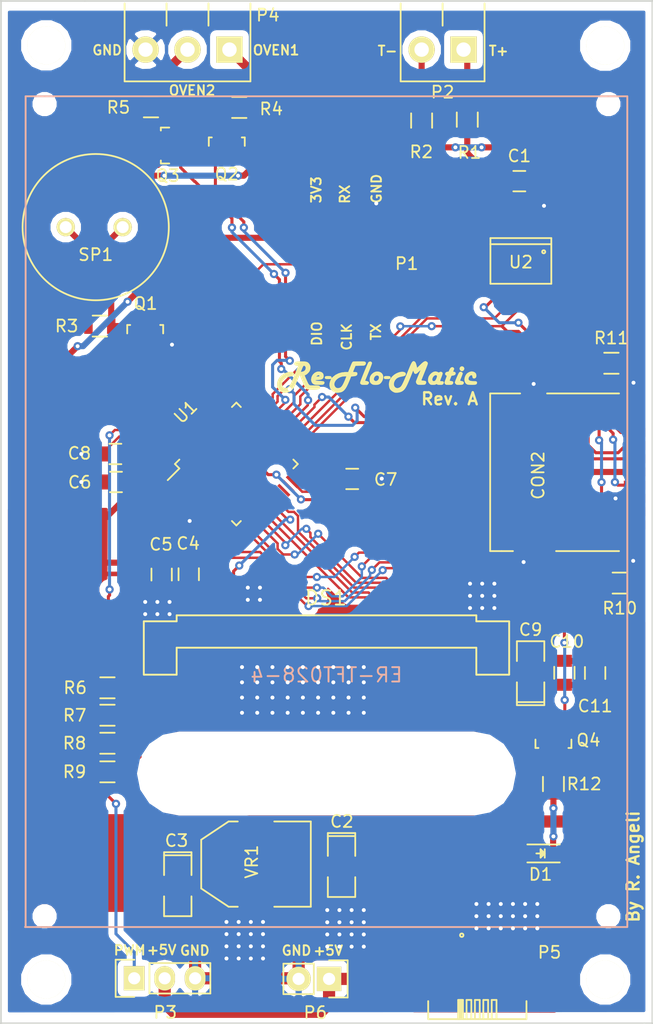
<source format=kicad_pcb>
(kicad_pcb (version 4) (host pcbnew 4.0.1-stable)
  (layers (0 F.Cu signal) (31 B.Cu signal) (34 B.Paste user) (35 F.Paste user) (36 B.SilkS user) (37 F.SilkS user) (38 B.Mask user) (39 F.Mask user) (44 Edge.Cuts user))
  (net 0 "")
  (net 1 "Net-(C1-Pad1)")
  (net 2 "Net-(C1-Pad2)")
  (net 3 +5V)
  (net 4 GND)
  (net 5 +3V3)
  (net 6 "Net-(CON2-Pad1)")
  (net 7 /~SD_CS)
  (net 8 /SD_MOSI)
  (net 9 /MAX_SD_SCK)
  (net 10 /MAX_SD_MISO)
  (net 11 "Net-(CON2-Pad8)")
  (net 12 "Net-(CON2-Pad10)")
  (net 13 "Net-(CON2-Pad9)")
  (net 14 "Net-(D1-Pad1)")
  (net 15 "Net-(DS1-Pad2)")
  (net 16 "Net-(DS1-Pad3)")
  (net 17 "Net-(DS1-Pad4)")
  (net 18 "Net-(DS1-Pad5)")
  (net 19 /~TFT_RS)
  (net 20 /TFT_MISO)
  (net 21 /TFT_MOSI)
  (net 22 /TFT_WR)
  (net 23 /TFT_SCK)
  (net 24 /~TFT_CS)
  (net 25 "Net-(DS1-Pad39)")
  (net 26 /TFT_TP_X+)
  (net 27 /TFT_TP_Y+)
  (net 28 /TFT_TP_X-)
  (net 29 /TFT_TP_Y-)
  (net 30 /UART_RX)
  (net 31 /SWDIO)
  (net 32 /SWCLK)
  (net 33 /UART_TX)
  (net 34 "Net-(P2-Pad1)")
  (net 35 "Net-(P2-Pad2)")
  (net 36 /SERVO_PWM)
  (net 37 "Net-(P4-Pad1)")
  (net 38 "Net-(P4-Pad2)")
  (net 39 "Net-(P5-Pad2)")
  (net 40 "Net-(P5-Pad3)")
  (net 41 "Net-(P5-Pad4)")
  (net 42 /BUZZER)
  (net 43 "Net-(Q1-Pad3)")
  (net 44 /OVEN1)
  (net 45 "Net-(Q2-Pad3)")
  (net 46 /OVEN2)
  (net 47 "Net-(Q3-Pad3)")
  (net 48 /STATUS)
  (net 49 "Net-(Q4-Pad3)")
  (net 50 "Net-(U1-Pad2)")
  (net 51 "Net-(U1-Pad3)")
  (net 52 "Net-(U1-Pad4)")
  (net 53 "Net-(U1-Pad5)")
  (net 54 "Net-(U1-Pad6)")
  (net 55 "Net-(U1-Pad7)")
  (net 56 "Net-(U1-Pad20)")
  (net 57 "Net-(U1-Pad21)")
  (net 58 "Net-(U1-Pad22)")
  (net 59 /~MAX_CS)
  (net 60 "Net-(U1-Pad35)")
  (net 61 "Net-(U1-Pad36)")
  (net 62 "Net-(U1-Pad38)")
  (net 63 "Net-(U1-Pad39)")
  (net 64 "Net-(U1-Pad41)")
  (net 65 "Net-(U1-Pad42)")
  (net 66 "Net-(U1-Pad43)")
  (net 67 "Net-(U1-Pad44)")
  (module TFT:ER-TFT028-4 (layer F.Cu) (at 153.25 115.7)
    (fp_text reference DS1 (at -0.05 -2.8) (layer F.SilkS) (effects (font (size 1.2 1.2))))
    (fp_text value ER-TFT028-4 (at 0 3.625) (layer B.SilkS) (effects (font (size 1.2 1.2)) (justify mirror)))
    (pad 1 smd rect (at -12.25 0) (size 0.3 2.25) (layers F.Cu F.Paste F.Mask) (net 4 GND))
    (pad 2 smd rect (at -11.75 0) (size 0.3 2.25) (layers F.Cu F.Paste F.Mask) (net 15 "Net-(DS1-Pad2)"))
    (pad 3 smd rect (at -11.25 0) (size 0.3 2.25) (layers F.Cu F.Paste F.Mask) (net 16 "Net-(DS1-Pad3)"))
    (pad 4 smd rect (at -10.75 0) (size 0.3 2.25) (layers F.Cu F.Paste F.Mask) (net 17 "Net-(DS1-Pad4)"))
    (pad 5 smd rect (at -10.25 0) (size 0.3 2.25) (layers F.Cu F.Paste F.Mask) (net 18 "Net-(DS1-Pad5)"))
    (pad 6 smd rect (at -9.75 0) (size 0.3 2.25) (layers F.Cu F.Paste F.Mask) (net 4 GND))
    (pad 7 smd rect (at -9.25 0) (size 0.3 2.25) (layers F.Cu F.Paste F.Mask) (net 5 +3V3))
    (pad 8 smd rect (at -8.75 0) (size 0.3 2.25) (layers F.Cu F.Paste F.Mask) (net 5 +3V3))
    (pad 9 smd rect (at -8.25 0) (size 0.3 2.25) (layers F.Cu F.Paste F.Mask) (net 5 +3V3))
    (pad 10 smd rect (at -7.75 0) (size 0.3 2.25) (layers F.Cu F.Paste F.Mask) (net 19 /~TFT_RS))
    (pad 11 smd rect (at -7.25 0) (size 0.3 2.25) (layers F.Cu F.Paste F.Mask) (net 4 GND))
    (pad 12 smd rect (at -6.75 0) (size 0.3 2.25) (layers F.Cu F.Paste F.Mask) (net 4 GND))
    (pad 13 smd rect (at -6.25 0) (size 0.3 2.25) (layers F.Cu F.Paste F.Mask) (net 4 GND))
    (pad 14 smd rect (at -5.75 0) (size 0.3 2.25) (layers F.Cu F.Paste F.Mask) (net 4 GND))
    (pad 15 smd rect (at -5.25 0) (size 0.3 2.25) (layers F.Cu F.Paste F.Mask) (net 4 GND))
    (pad 16 smd rect (at -4.75 0) (size 0.3 2.25) (layers F.Cu F.Paste F.Mask) (net 4 GND))
    (pad 17 smd rect (at -4.25 0) (size 0.3 2.25) (layers F.Cu F.Paste F.Mask) (net 4 GND))
    (pad 18 smd rect (at -3.75 0) (size 0.3 2.25) (layers F.Cu F.Paste F.Mask) (net 4 GND))
    (pad 19 smd rect (at -3.25 0) (size 0.3 2.25) (layers F.Cu F.Paste F.Mask) (net 4 GND))
    (pad 20 smd rect (at -2.75 0) (size 0.3 2.25) (layers F.Cu F.Paste F.Mask) (net 4 GND))
    (pad 21 smd rect (at -2.25 0) (size 0.3 2.25) (layers F.Cu F.Paste F.Mask) (net 4 GND))
    (pad 22 smd rect (at -1.75 0) (size 0.3 2.25) (layers F.Cu F.Paste F.Mask) (net 4 GND))
    (pad 23 smd rect (at -1.25 0) (size 0.3 2.25) (layers F.Cu F.Paste F.Mask) (net 4 GND))
    (pad 24 smd rect (at -0.75 0) (size 0.3 2.25) (layers F.Cu F.Paste F.Mask) (net 4 GND))
    (pad 25 smd rect (at -0.25 0) (size 0.3 2.25) (layers F.Cu F.Paste F.Mask) (net 4 GND))
    (pad 26 smd rect (at 0.25 0) (size 0.3 2.25) (layers F.Cu F.Paste F.Mask) (net 4 GND))
    (pad 27 smd rect (at 0.75 0) (size 0.3 2.25) (layers F.Cu F.Paste F.Mask) (net 4 GND))
    (pad 28 smd rect (at 1.25 0) (size 0.3 2.25) (layers F.Cu F.Paste F.Mask) (net 4 GND))
    (pad 29 smd rect (at 1.75 0) (size 0.3 2.25) (layers F.Cu F.Paste F.Mask) (net 4 GND))
    (pad 30 smd rect (at 2.25 0) (size 0.3 2.25) (layers F.Cu F.Paste F.Mask) (net 4 GND))
    (pad 31 smd rect (at 2.75 0) (size 0.3 2.25) (layers F.Cu F.Paste F.Mask) (net 4 GND))
    (pad 32 smd rect (at 3.25 0) (size 0.3 2.25) (layers F.Cu F.Paste F.Mask) (net 4 GND))
    (pad 33 smd rect (at 3.75 0) (size 0.3 2.25) (layers F.Cu F.Paste F.Mask) (net 20 /TFT_MISO))
    (pad 34 smd rect (at 4.25 0) (size 0.3 2.25) (layers F.Cu F.Paste F.Mask) (net 21 /TFT_MOSI))
    (pad 35 smd rect (at 4.75 0) (size 0.3 2.25) (layers F.Cu F.Paste F.Mask) (net 5 +3V3))
    (pad 36 smd rect (at 5.25 0) (size 0.3 2.25) (layers F.Cu F.Paste F.Mask) (net 22 /TFT_WR))
    (pad 37 smd rect (at 5.75 0) (size 0.3 2.25) (layers F.Cu F.Paste F.Mask) (net 23 /TFT_SCK))
    (pad 38 smd rect (at 6.25 0) (size 0.3 2.25) (layers F.Cu F.Paste F.Mask) (net 24 /~TFT_CS))
    (pad 39 smd rect (at 6.75 0) (size 0.3 2.25) (layers F.Cu F.Paste F.Mask) (net 25 "Net-(DS1-Pad39)"))
    (pad 40 smd rect (at 7.25 0) (size 0.3 2.25) (layers F.Cu F.Paste F.Mask) (net 5 +3V3))
    (pad 41 smd rect (at 7.75 0) (size 0.3 2.25) (layers F.Cu F.Paste F.Mask) (net 5 +3V3))
    (pad 42 smd rect (at 8.25 0) (size 0.3 2.25) (layers F.Cu F.Paste F.Mask) (net 5 +3V3))
    (pad 43 smd rect (at 8.75 0) (size 0.3 2.25) (layers F.Cu F.Paste F.Mask) (net 4 GND))
    (pad 44 smd rect (at 9.25 0) (size 0.3 2.25) (layers F.Cu F.Paste F.Mask) (net 26 /TFT_TP_X+))
    (pad 45 smd rect (at 9.75 0) (size 0.3 2.25) (layers F.Cu F.Paste F.Mask) (net 27 /TFT_TP_Y+))
    (pad 46 smd rect (at 10.25 0) (size 0.3 2.25) (layers F.Cu F.Paste F.Mask) (net 28 /TFT_TP_X-))
    (pad 47 smd rect (at 10.75 0) (size 0.3 2.25) (layers F.Cu F.Paste F.Mask) (net 29 /TFT_TP_Y-))
    (pad 48 smd rect (at 11.25 0) (size 0.3 2.25) (layers F.Cu F.Paste F.Mask) (net 4 GND))
    (pad 49 smd rect (at 11.75 0) (size 0.3 2.25) (layers F.Cu F.Paste F.Mask) (net 4 GND))
    (pad 50 smd rect (at 12.25 0) (size 0.3 2.25) (layers F.Cu F.Paste F.Mask) (net 4 GND))
    (pad 0 smd rect (at -13.79 1.45) (size 2 4) (layers F.Cu F.Paste F.Mask) (net 4 GND))
    (pad 0 smd rect (at 13.79 1.45) (size 2 4) (layers F.Cu F.Paste F.Mask) (net 4 GND))
    (pad "" np_thru_hole oval (at 0 11.85) (size 30 6) (drill oval 30 6) (layers *.Cu))
    (pad "" np_thru_hole circle (at 23.52 -44) (size 1 1) (drill 1) (layers *.Cu))
    (pad "" np_thru_hole circle (at -23.52 -44) (size 1 1) (drill 1) (layers *.Cu))
    (pad "" np_thru_hole circle (at 23.52 23.75) (size 1 1) (drill 1) (layers *.Cu))
    (pad "" np_thru_hole circle (at -23.52 23.75) (size 1 1) (drill 1) (layers *.Cu))
  )
  (module Miscellanious:VIA-27mil (layer F.Cu) (at 156.3624 122.4788)
    (fp_text reference REF**1111131194 hide)
    (fp_text value VIA-27mil hide)
    (pad 1 thru_hole circle (at 0 0) (size 0.6858 0.6858) (drill 0.3302) (layers *.Cu) (net 4 GND))
  )
  (module Miscellanious:VIA-27mil (layer F.Cu) (at 155.0924 122.4788)
    (fp_text reference REF**1111131184 hide)
    (fp_text value VIA-27mil hide)
    (pad 1 thru_hole circle (at 0 0) (size 0.6858 0.6858) (drill 0.3302) (layers *.Cu) (net 4 GND))
  )
  (module Miscellanious:VIA-27mil (layer F.Cu) (at 153.8224 122.4788)
    (fp_text reference REF**1111131174 hide)
    (fp_text value VIA-27mil hide)
    (pad 1 thru_hole circle (at 0 0) (size 0.6858 0.6858) (drill 0.3302) (layers *.Cu) (net 4 GND))
  )
  (module Miscellanious:VIA-27mil (layer F.Cu) (at 152.5524 122.4788)
    (fp_text reference REF**1111131164 hide)
    (fp_text value VIA-27mil hide)
    (pad 1 thru_hole circle (at 0 0) (size 0.6858 0.6858) (drill 0.3302) (layers *.Cu) (net 4 GND))
  )
  (module Miscellanious:VIA-27mil (layer F.Cu) (at 151.2824 122.4788)
    (fp_text reference REF**1111131154 hide)
    (fp_text value VIA-27mil hide)
    (pad 1 thru_hole circle (at 0 0) (size 0.6858 0.6858) (drill 0.3302) (layers *.Cu) (net 4 GND))
  )
  (module Miscellanious:VIA-27mil (layer F.Cu) (at 150.0124 122.4788)
    (fp_text reference REF**1111131144 hide)
    (fp_text value VIA-27mil hide)
    (pad 1 thru_hole circle (at 0 0) (size 0.6858 0.6858) (drill 0.3302) (layers *.Cu) (net 4 GND))
  )
  (module Miscellanious:VIA-27mil (layer F.Cu) (at 148.7424 122.4788)
    (fp_text reference REF**1111131134 hide)
    (fp_text value VIA-27mil hide)
    (pad 1 thru_hole circle (at 0 0) (size 0.6858 0.6858) (drill 0.3302) (layers *.Cu) (net 4 GND))
  )
  (module Miscellanious:VIA-27mil (layer F.Cu) (at 147.4724 122.4788)
    (fp_text reference REF**1111131124 hide)
    (fp_text value VIA-27mil hide)
    (pad 1 thru_hole circle (at 0 0) (size 0.6858 0.6858) (drill 0.3302) (layers *.Cu) (net 4 GND))
  )
  (module Miscellanious:VIA-27mil (layer F.Cu) (at 146.2024 122.4788)
    (fp_text reference REF**1111131114 hide)
    (fp_text value VIA-27mil hide)
    (pad 1 thru_hole circle (at 0 0) (size 0.6858 0.6858) (drill 0.3302) (layers *.Cu) (net 4 GND))
  )
  (module Miscellanious:VIA-27mil (layer F.Cu) (at 156.3624 121.2088)
    (fp_text reference REF**1111131193 hide)
    (fp_text value VIA-27mil hide)
    (pad 1 thru_hole circle (at 0 0) (size 0.6858 0.6858) (drill 0.3302) (layers *.Cu) (net 4 GND))
  )
  (module Miscellanious:VIA-27mil (layer F.Cu) (at 155.0924 121.2088)
    (fp_text reference REF**1111131183 hide)
    (fp_text value VIA-27mil hide)
    (pad 1 thru_hole circle (at 0 0) (size 0.6858 0.6858) (drill 0.3302) (layers *.Cu) (net 4 GND))
  )
  (module Miscellanious:VIA-27mil (layer F.Cu) (at 153.8224 121.2088)
    (fp_text reference REF**1111131173 hide)
    (fp_text value VIA-27mil hide)
    (pad 1 thru_hole circle (at 0 0) (size 0.6858 0.6858) (drill 0.3302) (layers *.Cu) (net 4 GND))
  )
  (module Miscellanious:VIA-27mil (layer F.Cu) (at 152.5524 121.2088)
    (fp_text reference REF**1111131163 hide)
    (fp_text value VIA-27mil hide)
    (pad 1 thru_hole circle (at 0 0) (size 0.6858 0.6858) (drill 0.3302) (layers *.Cu) (net 4 GND))
  )
  (module Miscellanious:VIA-27mil (layer F.Cu) (at 151.2824 121.2088)
    (fp_text reference REF**1111131153 hide)
    (fp_text value VIA-27mil hide)
    (pad 1 thru_hole circle (at 0 0) (size 0.6858 0.6858) (drill 0.3302) (layers *.Cu) (net 4 GND))
  )
  (module Miscellanious:VIA-27mil (layer F.Cu) (at 150.0124 121.2088)
    (fp_text reference REF**1111131143 hide)
    (fp_text value VIA-27mil hide)
    (pad 1 thru_hole circle (at 0 0) (size 0.6858 0.6858) (drill 0.3302) (layers *.Cu) (net 4 GND))
  )
  (module Miscellanious:VIA-27mil (layer F.Cu) (at 148.7424 121.2088)
    (fp_text reference REF**1111131133 hide)
    (fp_text value VIA-27mil hide)
    (pad 1 thru_hole circle (at 0 0) (size 0.6858 0.6858) (drill 0.3302) (layers *.Cu) (net 4 GND))
  )
  (module Miscellanious:VIA-27mil (layer F.Cu) (at 147.4724 121.2088)
    (fp_text reference REF**1111131123 hide)
    (fp_text value VIA-27mil hide)
    (pad 1 thru_hole circle (at 0 0) (size 0.6858 0.6858) (drill 0.3302) (layers *.Cu) (net 4 GND))
  )
  (module Miscellanious:VIA-27mil (layer F.Cu) (at 146.2024 121.2088)
    (fp_text reference REF**1111131113 hide)
    (fp_text value VIA-27mil hide)
    (pad 1 thru_hole circle (at 0 0) (size 0.6858 0.6858) (drill 0.3302) (layers *.Cu) (net 4 GND))
  )
  (module Miscellanious:VIA-27mil (layer F.Cu) (at 156.3624 119.9388)
    (fp_text reference REF**1111131192 hide)
    (fp_text value VIA-27mil hide)
    (pad 1 thru_hole circle (at 0 0) (size 0.6858 0.6858) (drill 0.3302) (layers *.Cu) (net 4 GND))
  )
  (module Miscellanious:VIA-27mil (layer F.Cu) (at 155.0924 119.9388)
    (fp_text reference REF**1111131182 hide)
    (fp_text value VIA-27mil hide)
    (pad 1 thru_hole circle (at 0 0) (size 0.6858 0.6858) (drill 0.3302) (layers *.Cu) (net 4 GND))
  )
  (module Miscellanious:VIA-27mil (layer F.Cu) (at 153.8224 119.9388)
    (fp_text reference REF**1111131172 hide)
    (fp_text value VIA-27mil hide)
    (pad 1 thru_hole circle (at 0 0) (size 0.6858 0.6858) (drill 0.3302) (layers *.Cu) (net 4 GND))
  )
  (module Miscellanious:VIA-27mil (layer F.Cu) (at 152.5524 119.9388)
    (fp_text reference REF**1111131162 hide)
    (fp_text value VIA-27mil hide)
    (pad 1 thru_hole circle (at 0 0) (size 0.6858 0.6858) (drill 0.3302) (layers *.Cu) (net 4 GND))
  )
  (module Miscellanious:VIA-27mil (layer F.Cu) (at 151.2824 119.9388)
    (fp_text reference REF**1111131152 hide)
    (fp_text value VIA-27mil hide)
    (pad 1 thru_hole circle (at 0 0) (size 0.6858 0.6858) (drill 0.3302) (layers *.Cu) (net 4 GND))
  )
  (module Miscellanious:VIA-27mil (layer F.Cu) (at 150.0124 119.9388)
    (fp_text reference REF**1111131142 hide)
    (fp_text value VIA-27mil hide)
    (pad 1 thru_hole circle (at 0 0) (size 0.6858 0.6858) (drill 0.3302) (layers *.Cu) (net 4 GND))
  )
  (module Miscellanious:VIA-27mil (layer F.Cu) (at 148.7424 119.9388)
    (fp_text reference REF**1111131132 hide)
    (fp_text value VIA-27mil hide)
    (pad 1 thru_hole circle (at 0 0) (size 0.6858 0.6858) (drill 0.3302) (layers *.Cu) (net 4 GND))
  )
  (module Miscellanious:VIA-27mil (layer F.Cu) (at 147.4724 119.9388)
    (fp_text reference REF**1111131122 hide)
    (fp_text value VIA-27mil hide)
    (pad 1 thru_hole circle (at 0 0) (size 0.6858 0.6858) (drill 0.3302) (layers *.Cu) (net 4 GND))
  )
  (module Miscellanious:VIA-27mil (layer F.Cu) (at 146.2024 119.9388)
    (fp_text reference REF**1111131112 hide)
    (fp_text value VIA-27mil hide)
    (pad 1 thru_hole circle (at 0 0) (size 0.6858 0.6858) (drill 0.3302) (layers *.Cu) (net 4 GND))
  )
  (module Miscellanious:VIA-27mil (layer F.Cu) (at 156.3624 118.6688)
    (fp_text reference REF**1111131191 hide)
    (fp_text value VIA-27mil hide)
    (pad 1 thru_hole circle (at 0 0) (size 0.6858 0.6858) (drill 0.3302) (layers *.Cu) (net 4 GND))
  )
  (module Miscellanious:VIA-27mil (layer F.Cu) (at 155.0924 118.6688)
    (fp_text reference REF**1111131181 hide)
    (fp_text value VIA-27mil hide)
    (pad 1 thru_hole circle (at 0 0) (size 0.6858 0.6858) (drill 0.3302) (layers *.Cu) (net 4 GND))
  )
  (module Miscellanious:VIA-27mil (layer F.Cu) (at 153.8224 118.6688)
    (fp_text reference REF**1111131171 hide)
    (fp_text value VIA-27mil hide)
    (pad 1 thru_hole circle (at 0 0) (size 0.6858 0.6858) (drill 0.3302) (layers *.Cu) (net 4 GND))
  )
  (module Miscellanious:VIA-27mil (layer F.Cu) (at 152.5524 118.6688)
    (fp_text reference REF**1111131161 hide)
    (fp_text value VIA-27mil hide)
    (pad 1 thru_hole circle (at 0 0) (size 0.6858 0.6858) (drill 0.3302) (layers *.Cu) (net 4 GND))
  )
  (module Miscellanious:VIA-27mil (layer F.Cu) (at 151.2824 118.6688)
    (fp_text reference REF**1111131151 hide)
    (fp_text value VIA-27mil hide)
    (pad 1 thru_hole circle (at 0 0) (size 0.6858 0.6858) (drill 0.3302) (layers *.Cu) (net 4 GND))
  )
  (module Miscellanious:VIA-27mil (layer F.Cu) (at 150.0124 118.6688)
    (fp_text reference REF**1111131141 hide)
    (fp_text value VIA-27mil hide)
    (pad 1 thru_hole circle (at 0 0) (size 0.6858 0.6858) (drill 0.3302) (layers *.Cu) (net 4 GND))
  )
  (module Miscellanious:VIA-27mil (layer F.Cu) (at 148.7424 118.6688)
    (fp_text reference REF**1111131131 hide)
    (fp_text value VIA-27mil hide)
    (pad 1 thru_hole circle (at 0 0) (size 0.6858 0.6858) (drill 0.3302) (layers *.Cu) (net 4 GND))
  )
  (module Miscellanious:VIA-27mil (layer F.Cu) (at 147.4724 118.6688)
    (fp_text reference REF**1111131121 hide)
    (fp_text value VIA-27mil hide)
    (pad 1 thru_hole circle (at 0 0) (size 0.6858 0.6858) (drill 0.3302) (layers *.Cu) (net 4 GND))
  )
  (module Miscellanious:VIA-27mil (layer F.Cu) (at 146.2024 118.6688)
    (fp_text reference REF**1111131111 hide)
    (fp_text value VIA-27mil hide)
    (pad 1 thru_hole circle (at 0 0) (size 0.6858 0.6858) (drill 0.3302) (layers *.Cu) (net 4 GND))
  )
  (module Miscellanious:VIA-27mil (layer F.Cu) (at 167.259 113.7412)
    (fp_text reference REF**111113133 hide)
    (fp_text value VIA-27mil hide)
    (pad 1 thru_hole circle (at 0 0) (size 0.6858 0.6858) (drill 0.3302) (layers *.Cu) (net 4 GND))
  )
  (module Miscellanious:VIA-27mil (layer F.Cu) (at 166.243 113.7412)
    (fp_text reference REF**111113123 hide)
    (fp_text value VIA-27mil hide)
    (pad 1 thru_hole circle (at 0 0) (size 0.6858 0.6858) (drill 0.3302) (layers *.Cu) (net 4 GND))
  )
  (module Miscellanious:VIA-27mil (layer F.Cu) (at 165.227 113.7412)
    (fp_text reference REF**111113113 hide)
    (fp_text value VIA-27mil hide)
    (pad 1 thru_hole circle (at 0 0) (size 0.6858 0.6858) (drill 0.3302) (layers *.Cu) (net 4 GND))
  )
  (module Miscellanious:VIA-27mil (layer F.Cu) (at 167.259 112.7252)
    (fp_text reference REF**111113132 hide)
    (fp_text value VIA-27mil hide)
    (pad 1 thru_hole circle (at 0 0) (size 0.6858 0.6858) (drill 0.3302) (layers *.Cu) (net 4 GND))
  )
  (module Miscellanious:VIA-27mil (layer F.Cu) (at 166.243 112.7252)
    (fp_text reference REF**111113122 hide)
    (fp_text value VIA-27mil hide)
    (pad 1 thru_hole circle (at 0 0) (size 0.6858 0.6858) (drill 0.3302) (layers *.Cu) (net 4 GND))
  )
  (module Miscellanious:VIA-27mil (layer F.Cu) (at 165.227 112.7252)
    (fp_text reference REF**111113112 hide)
    (fp_text value VIA-27mil hide)
    (pad 1 thru_hole circle (at 0 0) (size 0.6858 0.6858) (drill 0.3302) (layers *.Cu) (net 4 GND))
  )
  (module Miscellanious:VIA-27mil (layer F.Cu) (at 167.259 111.7092)
    (fp_text reference REF**111113131 hide)
    (fp_text value VIA-27mil hide)
    (pad 1 thru_hole circle (at 0 0) (size 0.6858 0.6858) (drill 0.3302) (layers *.Cu) (net 4 GND))
  )
  (module Miscellanious:VIA-27mil (layer F.Cu) (at 166.243 111.7092)
    (fp_text reference REF**111113121 hide)
    (fp_text value VIA-27mil hide)
    (pad 1 thru_hole circle (at 0 0) (size 0.6858 0.6858) (drill 0.3302) (layers *.Cu) (net 4 GND))
  )
  (module Miscellanious:VIA-27mil (layer F.Cu) (at 165.227 111.7092)
    (fp_text reference REF**111113111 hide)
    (fp_text value VIA-27mil hide)
    (pad 1 thru_hole circle (at 0 0) (size 0.6858 0.6858) (drill 0.3302) (layers *.Cu) (net 4 GND))
  )
  (module Miscellanious:VIA-27mil (layer F.Cu) (at 147.701 113.0554)
    (fp_text reference REF**11111322 hide)
    (fp_text value VIA-27mil hide)
    (pad 1 thru_hole circle (at 0 0) (size 0.6858 0.6858) (drill 0.3302) (layers *.Cu) (net 4 GND))
  )
  (module Miscellanious:VIA-27mil (layer F.Cu) (at 146.685 113.0554)
    (fp_text reference REF**11111312 hide)
    (fp_text value VIA-27mil hide)
    (pad 1 thru_hole circle (at 0 0) (size 0.6858 0.6858) (drill 0.3302) (layers *.Cu) (net 4 GND))
  )
  (module Miscellanious:VIA-27mil (layer F.Cu) (at 147.701 112.0394)
    (fp_text reference REF**11111321 hide)
    (fp_text value VIA-27mil hide)
    (pad 1 thru_hole circle (at 0 0) (size 0.6858 0.6858) (drill 0.3302) (layers *.Cu) (net 4 GND))
  )
  (module Miscellanious:VIA-27mil (layer F.Cu) (at 146.685 112.0394)
    (fp_text reference REF**11111311 hide)
    (fp_text value VIA-27mil hide)
    (pad 1 thru_hole circle (at 0 0) (size 0.6858 0.6858) (drill 0.3302) (layers *.Cu) (net 4 GND))
  )
  (module Miscellanious:VIA-27mil (layer F.Cu) (at 170.8404 140.462)
    (fp_text reference REF**1111163 hide)
    (fp_text value VIA-27mil hide)
    (pad 1 thru_hole circle (at 0 0) (size 0.6858 0.6858) (drill 0.3302) (layers *.Cu) (net 4 GND))
  )
  (module Miscellanious:VIA-27mil (layer F.Cu) (at 169.8244 140.462)
    (fp_text reference REF**1111153 hide)
    (fp_text value VIA-27mil hide)
    (pad 1 thru_hole circle (at 0 0) (size 0.6858 0.6858) (drill 0.3302) (layers *.Cu) (net 4 GND))
  )
  (module Miscellanious:VIA-27mil (layer F.Cu) (at 168.8084 140.462)
    (fp_text reference REF**1111143 hide)
    (fp_text value VIA-27mil hide)
    (pad 1 thru_hole circle (at 0 0) (size 0.6858 0.6858) (drill 0.3302) (layers *.Cu) (net 4 GND))
  )
  (module Miscellanious:VIA-27mil (layer F.Cu) (at 167.7924 140.462)
    (fp_text reference REF**1111133 hide)
    (fp_text value VIA-27mil hide)
    (pad 1 thru_hole circle (at 0 0) (size 0.6858 0.6858) (drill 0.3302) (layers *.Cu) (net 4 GND))
  )
  (module Miscellanious:VIA-27mil (layer F.Cu) (at 166.7764 140.462)
    (fp_text reference REF**1111123 hide)
    (fp_text value VIA-27mil hide)
    (pad 1 thru_hole circle (at 0 0) (size 0.6858 0.6858) (drill 0.3302) (layers *.Cu) (net 4 GND))
  )
  (module Miscellanious:VIA-27mil (layer F.Cu) (at 165.7604 140.462)
    (fp_text reference REF**1111113 hide)
    (fp_text value VIA-27mil hide)
    (pad 1 thru_hole circle (at 0 0) (size 0.6858 0.6858) (drill 0.3302) (layers *.Cu) (net 4 GND))
  )
  (module Miscellanious:VIA-27mil (layer F.Cu) (at 170.8404 139.446)
    (fp_text reference REF**1111162 hide)
    (fp_text value VIA-27mil hide)
    (pad 1 thru_hole circle (at 0 0) (size 0.6858 0.6858) (drill 0.3302) (layers *.Cu) (net 4 GND))
  )
  (module Miscellanious:VIA-27mil (layer F.Cu) (at 169.8244 139.446)
    (fp_text reference REF**1111152 hide)
    (fp_text value VIA-27mil hide)
    (pad 1 thru_hole circle (at 0 0) (size 0.6858 0.6858) (drill 0.3302) (layers *.Cu) (net 4 GND))
  )
  (module Miscellanious:VIA-27mil (layer F.Cu) (at 168.8084 139.446)
    (fp_text reference REF**1111142 hide)
    (fp_text value VIA-27mil hide)
    (pad 1 thru_hole circle (at 0 0) (size 0.6858 0.6858) (drill 0.3302) (layers *.Cu) (net 4 GND))
  )
  (module Miscellanious:VIA-27mil (layer F.Cu) (at 167.7924 139.446)
    (fp_text reference REF**1111132 hide)
    (fp_text value VIA-27mil hide)
    (pad 1 thru_hole circle (at 0 0) (size 0.6858 0.6858) (drill 0.3302) (layers *.Cu) (net 4 GND))
  )
  (module Miscellanious:VIA-27mil (layer F.Cu) (at 166.7764 139.446)
    (fp_text reference REF**1111122 hide)
    (fp_text value VIA-27mil hide)
    (pad 1 thru_hole circle (at 0 0) (size 0.6858 0.6858) (drill 0.3302) (layers *.Cu) (net 4 GND))
  )
  (module Miscellanious:VIA-27mil (layer F.Cu) (at 165.7604 139.446)
    (fp_text reference REF**1111112 hide)
    (fp_text value VIA-27mil hide)
    (pad 1 thru_hole circle (at 0 0) (size 0.6858 0.6858) (drill 0.3302) (layers *.Cu) (net 4 GND))
  )
  (module Miscellanious:VIA-27mil (layer F.Cu) (at 170.8404 138.43)
    (fp_text reference REF**1111161 hide)
    (fp_text value VIA-27mil hide)
    (pad 1 thru_hole circle (at 0 0) (size 0.6858 0.6858) (drill 0.3302) (layers *.Cu) (net 4 GND))
  )
  (module Miscellanious:VIA-27mil (layer F.Cu) (at 169.8244 138.43)
    (fp_text reference REF**1111151 hide)
    (fp_text value VIA-27mil hide)
    (pad 1 thru_hole circle (at 0 0) (size 0.6858 0.6858) (drill 0.3302) (layers *.Cu) (net 4 GND))
  )
  (module Miscellanious:VIA-27mil (layer F.Cu) (at 168.8084 138.43)
    (fp_text reference REF**1111141 hide)
    (fp_text value VIA-27mil hide)
    (pad 1 thru_hole circle (at 0 0) (size 0.6858 0.6858) (drill 0.3302) (layers *.Cu) (net 4 GND))
  )
  (module Miscellanious:VIA-27mil (layer F.Cu) (at 167.7924 138.43)
    (fp_text reference REF**1111131 hide)
    (fp_text value VIA-27mil hide)
    (pad 1 thru_hole circle (at 0 0) (size 0.6858 0.6858) (drill 0.3302) (layers *.Cu) (net 4 GND))
  )
  (module Miscellanious:VIA-27mil (layer F.Cu) (at 166.7764 138.43)
    (fp_text reference REF**1111121 hide)
    (fp_text value VIA-27mil hide)
    (pad 1 thru_hole circle (at 0 0) (size 0.6858 0.6858) (drill 0.3302) (layers *.Cu) (net 4 GND))
  )
  (module Miscellanious:VIA-27mil (layer F.Cu) (at 165.7604 138.43)
    (fp_text reference REF**1111111 hide)
    (fp_text value VIA-27mil hide)
    (pad 1 thru_hole circle (at 0 0) (size 0.6858 0.6858) (drill 0.3302) (layers *.Cu) (net 4 GND))
  )
  (module Miscellanious:VIA-27mil (layer F.Cu) (at 140.1572 114.2492)
    (fp_text reference REF**1111132 hide)
    (fp_text value VIA-27mil hide)
    (pad 1 thru_hole circle (at 0 0) (size 0.6858 0.6858) (drill 0.3302) (layers *.Cu) (net 4 GND))
  )
  (module Miscellanious:VIA-27mil (layer F.Cu) (at 139.1412 114.2492)
    (fp_text reference REF**1111122 hide)
    (fp_text value VIA-27mil hide)
    (pad 1 thru_hole circle (at 0 0) (size 0.6858 0.6858) (drill 0.3302) (layers *.Cu) (net 4 GND))
  )
  (module Miscellanious:VIA-27mil (layer F.Cu) (at 138.1252 114.2492)
    (fp_text reference REF**1111112 hide)
    (fp_text value VIA-27mil hide)
    (pad 1 thru_hole circle (at 0 0) (size 0.6858 0.6858) (drill 0.3302) (layers *.Cu) (net 4 GND))
  )
  (module Miscellanious:VIA-27mil (layer F.Cu) (at 140.1572 113.2332)
    (fp_text reference REF**1111131 hide)
    (fp_text value VIA-27mil hide)
    (pad 1 thru_hole circle (at 0 0) (size 0.6858 0.6858) (drill 0.3302) (layers *.Cu) (net 4 GND))
  )
  (module Miscellanious:VIA-27mil (layer F.Cu) (at 139.1412 113.2332)
    (fp_text reference REF**1111121 hide)
    (fp_text value VIA-27mil hide)
    (pad 1 thru_hole circle (at 0 0) (size 0.6858 0.6858) (drill 0.3302) (layers *.Cu) (net 4 GND))
  )
  (module Miscellanious:VIA-27mil (layer F.Cu) (at 138.1252 113.2332)
    (fp_text reference REF**1111111 hide)
    (fp_text value VIA-27mil hide)
    (pad 1 thru_hole circle (at 0 0) (size 0.6858 0.6858) (drill 0.3302) (layers *.Cu) (net 4 GND))
  )
  (module TFT:ER-TFT028-4 (layer F.Cu) (at 153.25 115.7)
    (fp_text reference DS1 (at -0.05 -2.8) (layer F.SilkS) (effects (font (size 1.2 1.2))))
    (fp_text value ER-TFT028-4 (at 0 3.625) (layer B.SilkS) (effects (font (size 1.2 1.2)) (justify mirror)))
    (pad 1 smd rect (at -12.25 0) (size 0.3 2.25) (layers F.Cu F.Paste F.Mask) (net 4 GND))
    (pad 2 smd rect (at -11.75 0) (size 0.3 2.25) (layers F.Cu F.Paste F.Mask) (net 15 "Net-(DS1-Pad2)"))
    (pad 3 smd rect (at -11.25 0) (size 0.3 2.25) (layers F.Cu F.Paste F.Mask) (net 16 "Net-(DS1-Pad3)"))
    (pad 4 smd rect (at -10.75 0) (size 0.3 2.25) (layers F.Cu F.Paste F.Mask) (net 17 "Net-(DS1-Pad4)"))
    (pad 5 smd rect (at -10.25 0) (size 0.3 2.25) (layers F.Cu F.Paste F.Mask) (net 18 "Net-(DS1-Pad5)"))
    (pad 6 smd rect (at -9.75 0) (size 0.3 2.25) (layers F.Cu F.Paste F.Mask) (net 4 GND))
    (pad 7 smd rect (at -9.25 0) (size 0.3 2.25) (layers F.Cu F.Paste F.Mask) (net 5 +3V3))
    (pad 8 smd rect (at -8.75 0) (size 0.3 2.25) (layers F.Cu F.Paste F.Mask) (net 5 +3V3))
    (pad 9 smd rect (at -8.25 0) (size 0.3 2.25) (layers F.Cu F.Paste F.Mask) (net 5 +3V3))
    (pad 10 smd rect (at -7.75 0) (size 0.3 2.25) (layers F.Cu F.Paste F.Mask) (net 19 /~TFT_RS))
    (pad 11 smd rect (at -7.25 0) (size 0.3 2.25) (layers F.Cu F.Paste F.Mask) (net 4 GND))
    (pad 12 smd rect (at -6.75 0) (size 0.3 2.25) (layers F.Cu F.Paste F.Mask) (net 4 GND))
    (pad 13 smd rect (at -6.25 0) (size 0.3 2.25) (layers F.Cu F.Paste F.Mask) (net 4 GND))
    (pad 14 smd rect (at -5.75 0) (size 0.3 2.25) (layers F.Cu F.Paste F.Mask) (net 4 GND))
    (pad 15 smd rect (at -5.25 0) (size 0.3 2.25) (layers F.Cu F.Paste F.Mask) (net 4 GND))
    (pad 16 smd rect (at -4.75 0) (size 0.3 2.25) (layers F.Cu F.Paste F.Mask) (net 4 GND))
    (pad 17 smd rect (at -4.25 0) (size 0.3 2.25) (layers F.Cu F.Paste F.Mask) (net 4 GND))
    (pad 18 smd rect (at -3.75 0) (size 0.3 2.25) (layers F.Cu F.Paste F.Mask) (net 4 GND))
    (pad 19 smd rect (at -3.25 0) (size 0.3 2.25) (layers F.Cu F.Paste F.Mask) (net 4 GND))
    (pad 20 smd rect (at -2.75 0) (size 0.3 2.25) (layers F.Cu F.Paste F.Mask) (net 4 GND))
    (pad 21 smd rect (at -2.25 0) (size 0.3 2.25) (layers F.Cu F.Paste F.Mask) (net 4 GND))
    (pad 22 smd rect (at -1.75 0) (size 0.3 2.25) (layers F.Cu F.Paste F.Mask) (net 4 GND))
    (pad 23 smd rect (at -1.25 0) (size 0.3 2.25) (layers F.Cu F.Paste F.Mask) (net 4 GND))
    (pad 24 smd rect (at -0.75 0) (size 0.3 2.25) (layers F.Cu F.Paste F.Mask) (net 4 GND))
    (pad 25 smd rect (at -0.25 0) (size 0.3 2.25) (layers F.Cu F.Paste F.Mask) (net 4 GND))
    (pad 26 smd rect (at 0.25 0) (size 0.3 2.25) (layers F.Cu F.Paste F.Mask) (net 4 GND))
    (pad 27 smd rect (at 0.75 0) (size 0.3 2.25) (layers F.Cu F.Paste F.Mask) (net 4 GND))
    (pad 28 smd rect (at 1.25 0) (size 0.3 2.25) (layers F.Cu F.Paste F.Mask) (net 4 GND))
    (pad 29 smd rect (at 1.75 0) (size 0.3 2.25) (layers F.Cu F.Paste F.Mask) (net 4 GND))
    (pad 30 smd rect (at 2.25 0) (size 0.3 2.25) (layers F.Cu F.Paste F.Mask) (net 4 GND))
    (pad 31 smd rect (at 2.75 0) (size 0.3 2.25) (layers F.Cu F.Paste F.Mask) (net 4 GND))
    (pad 32 smd rect (at 3.25 0) (size 0.3 2.25) (layers F.Cu F.Paste F.Mask) (net 4 GND))
    (pad 33 smd rect (at 3.75 0) (size 0.3 2.25) (layers F.Cu F.Paste F.Mask) (net 20 /TFT_MISO))
    (pad 34 smd rect (at 4.25 0) (size 0.3 2.25) (layers F.Cu F.Paste F.Mask) (net 21 /TFT_MOSI))
    (pad 35 smd rect (at 4.75 0) (size 0.3 2.25) (layers F.Cu F.Paste F.Mask) (net 5 +3V3))
    (pad 36 smd rect (at 5.25 0) (size 0.3 2.25) (layers F.Cu F.Paste F.Mask) (net 22 /TFT_WR))
    (pad 37 smd rect (at 5.75 0) (size 0.3 2.25) (layers F.Cu F.Paste F.Mask) (net 23 /TFT_SCK))
    (pad 38 smd rect (at 6.25 0) (size 0.3 2.25) (layers F.Cu F.Paste F.Mask) (net 24 /~TFT_CS))
    (pad 39 smd rect (at 6.75 0) (size 0.3 2.25) (layers F.Cu F.Paste F.Mask) (net 25 "Net-(DS1-Pad39)"))
    (pad 40 smd rect (at 7.25 0) (size 0.3 2.25) (layers F.Cu F.Paste F.Mask) (net 5 +3V3))
    (pad 41 smd rect (at 7.75 0) (size 0.3 2.25) (layers F.Cu F.Paste F.Mask) (net 5 +3V3))
    (pad 42 smd rect (at 8.25 0) (size 0.3 2.25) (layers F.Cu F.Paste F.Mask) (net 5 +3V3))
    (pad 43 smd rect (at 8.75 0) (size 0.3 2.25) (layers F.Cu F.Paste F.Mask) (net 4 GND))
    (pad 44 smd rect (at 9.25 0) (size 0.3 2.25) (layers F.Cu F.Paste F.Mask) (net 26 /TFT_TP_X+))
    (pad 45 smd rect (at 9.75 0) (size 0.3 2.25) (layers F.Cu F.Paste F.Mask) (net 27 /TFT_TP_Y+))
    (pad 46 smd rect (at 10.25 0) (size 0.3 2.25) (layers F.Cu F.Paste F.Mask) (net 28 /TFT_TP_X-))
    (pad 47 smd rect (at 10.75 0) (size 0.3 2.25) (layers F.Cu F.Paste F.Mask) (net 29 /TFT_TP_Y-))
    (pad 48 smd rect (at 11.25 0) (size 0.3 2.25) (layers F.Cu F.Paste F.Mask) (net 4 GND))
    (pad 49 smd rect (at 11.75 0) (size 0.3 2.25) (layers F.Cu F.Paste F.Mask) (net 4 GND))
    (pad 50 smd rect (at 12.25 0) (size 0.3 2.25) (layers F.Cu F.Paste F.Mask) (net 4 GND))
    (pad 0 smd rect (at -13.79 1.45) (size 2 4) (layers F.Cu F.Paste F.Mask) (net 4 GND))
    (pad 0 smd rect (at 13.79 1.45) (size 2 4) (layers F.Cu F.Paste F.Mask) (net 4 GND))
    (pad "" np_thru_hole oval (at 0 11.85) (size 30 6) (drill oval 30 6) (layers *.Cu))
    (pad "" np_thru_hole circle (at 23.52 -44) (size 1 1) (drill 1) (layers *.Cu))
    (pad "" np_thru_hole circle (at -23.52 -44) (size 1 1) (drill 1) (layers *.Cu))
    (pad "" np_thru_hole circle (at 23.52 23.75) (size 1 1) (drill 1) (layers *.Cu))
    (pad "" np_thru_hole circle (at -23.52 23.75) (size 1 1) (drill 1) (layers *.Cu))
  )
  (module Miscellanious:VIA-27mil (layer F.Cu) (at 145.923 142.9766)
    (fp_text reference REF**11124 hide)
    (fp_text value VIA-27mil hide)
    (pad 1 thru_hole circle (at 0 0) (size 0.6858 0.6858) (drill 0.3302) (layers *.Cu) (net 4 GND))
  )
  (module Miscellanious:VIA-27mil (layer F.Cu) (at 144.907 142.9766)
    (fp_text reference REF**11114 hide)
    (fp_text value VIA-27mil hide)
    (pad 1 thru_hole circle (at 0 0) (size 0.6858 0.6858) (drill 0.3302) (layers *.Cu) (net 4 GND))
  )
  (module Miscellanious:VIA-27mil (layer F.Cu) (at 145.923 141.9606)
    (fp_text reference REF**11123 hide)
    (fp_text value VIA-27mil hide)
    (pad 1 thru_hole circle (at 0 0) (size 0.6858 0.6858) (drill 0.3302) (layers *.Cu) (net 4 GND))
  )
  (module Miscellanious:VIA-27mil (layer F.Cu) (at 146.939 141.9606)
    (fp_text reference REF**11133 hide)
    (fp_text value VIA-27mil hide)
    (pad 1 thru_hole circle (at 0 0) (size 0.6858 0.6858) (drill 0.3302) (layers *.Cu) (net 4 GND))
  )
  (module Miscellanious:VIA-27mil (layer F.Cu) (at 147.955 140.9446)
    (fp_text reference REF**11142 hide)
    (fp_text value VIA-27mil hide)
    (pad 1 thru_hole circle (at 0 0) (size 0.6858 0.6858) (drill 0.3302) (layers *.Cu) (net 4 GND))
  )
  (module Miscellanious:VIA-27mil (layer F.Cu) (at 146.939 142.9766)
    (fp_text reference REF**11134 hide)
    (fp_text value VIA-27mil hide)
    (pad 1 thru_hole circle (at 0 0) (size 0.6858 0.6858) (drill 0.3302) (layers *.Cu) (net 4 GND))
  )
  (module Miscellanious:VIA-27mil (layer F.Cu) (at 146.939 140.9446)
    (fp_text reference REF**11132 hide)
    (fp_text value VIA-27mil hide)
    (pad 1 thru_hole circle (at 0 0) (size 0.6858 0.6858) (drill 0.3302) (layers *.Cu) (net 4 GND))
  )
  (module Miscellanious:VIA-27mil (layer F.Cu) (at 147.955 141.9606)
    (fp_text reference REF**11143 hide)
    (fp_text value VIA-27mil hide)
    (pad 1 thru_hole circle (at 0 0) (size 0.6858 0.6858) (drill 0.3302) (layers *.Cu) (net 4 GND))
  )
  (module Miscellanious:VIA-27mil (layer F.Cu) (at 147.955 142.9766)
    (fp_text reference REF**11144 hide)
    (fp_text value VIA-27mil hide)
    (pad 1 thru_hole circle (at 0 0) (size 0.6858 0.6858) (drill 0.3302) (layers *.Cu) (net 4 GND))
  )
  (module Miscellanious:VIA-27mil (layer F.Cu) (at 146.939 139.9286)
    (fp_text reference REF**11131 hide)
    (fp_text value VIA-27mil hide)
    (pad 1 thru_hole circle (at 0 0) (size 0.6858 0.6858) (drill 0.3302) (layers *.Cu) (net 4 GND))
  )
  (module Miscellanious:VIA-27mil (layer F.Cu) (at 144.907 140.9446)
    (fp_text reference REF**11112 hide)
    (fp_text value VIA-27mil hide)
    (pad 1 thru_hole circle (at 0 0) (size 0.6858 0.6858) (drill 0.3302) (layers *.Cu) (net 4 GND))
  )
  (module Miscellanious:VIA-27mil (layer F.Cu) (at 144.907 139.9286)
    (fp_text reference REF**11111 hide)
    (fp_text value VIA-27mil hide)
    (pad 1 thru_hole circle (at 0 0) (size 0.6858 0.6858) (drill 0.3302) (layers *.Cu) (net 4 GND))
  )
  (module Miscellanious:VIA-27mil (layer F.Cu) (at 145.923 140.9446)
    (fp_text reference REF**11122 hide)
    (fp_text value VIA-27mil hide)
    (pad 1 thru_hole circle (at 0 0) (size 0.6858 0.6858) (drill 0.3302) (layers *.Cu) (net 4 GND))
  )
  (module Miscellanious:VIA-27mil (layer F.Cu) (at 145.923 139.9286)
    (fp_text reference REF**11121 hide)
    (fp_text value VIA-27mil hide)
    (pad 1 thru_hole circle (at 0 0) (size 0.6858 0.6858) (drill 0.3302) (layers *.Cu) (net 4 GND))
  )
  (module Miscellanious:VIA-27mil (layer F.Cu) (at 144.907 141.9606)
    (fp_text reference REF**11113 hide)
    (fp_text value VIA-27mil hide)
    (pad 1 thru_hole circle (at 0 0) (size 0.6858 0.6858) (drill 0.3302) (layers *.Cu) (net 4 GND))
  )
  (module Miscellanious:VIA-27mil (layer F.Cu) (at 147.955 139.9286)
    (fp_text reference REF**11141 hide)
    (fp_text value VIA-27mil hide)
    (pad 1 thru_hole circle (at 0 0) (size 0.6858 0.6858) (drill 0.3302) (layers *.Cu) (net 4 GND))
  )
  (module Miscellanious:VIA-27mil (layer F.Cu) (at 156.3624 141.986)
    (fp_text reference REF**11144 hide)
    (fp_text value VIA-27mil hide)
    (pad 1 thru_hole circle (at 0 0) (size 0.6858 0.6858) (drill 0.3302) (layers *.Cu) (net 4 GND))
  )
  (module Miscellanious:VIA-27mil (layer F.Cu) (at 155.3464 141.986)
    (fp_text reference REF**11134 hide)
    (fp_text value VIA-27mil hide)
    (pad 1 thru_hole circle (at 0 0) (size 0.6858 0.6858) (drill 0.3302) (layers *.Cu) (net 4 GND))
  )
  (module Miscellanious:VIA-27mil (layer F.Cu) (at 154.3304 141.986)
    (fp_text reference REF**11124 hide)
    (fp_text value VIA-27mil hide)
    (pad 1 thru_hole circle (at 0 0) (size 0.6858 0.6858) (drill 0.3302) (layers *.Cu) (net 4 GND))
  )
  (module Miscellanious:VIA-27mil (layer F.Cu) (at 153.3144 141.986)
    (fp_text reference REF**11114 hide)
    (fp_text value VIA-27mil hide)
    (pad 1 thru_hole circle (at 0 0) (size 0.6858 0.6858) (drill 0.3302) (layers *.Cu) (net 4 GND))
  )
  (module Miscellanious:VIA-27mil (layer F.Cu) (at 156.3624 140.97)
    (fp_text reference REF**11143 hide)
    (fp_text value VIA-27mil hide)
    (pad 1 thru_hole circle (at 0 0) (size 0.6858 0.6858) (drill 0.3302) (layers *.Cu) (net 4 GND))
  )
  (module Miscellanious:VIA-27mil (layer F.Cu) (at 155.3464 140.97)
    (fp_text reference REF**11133 hide)
    (fp_text value VIA-27mil hide)
    (pad 1 thru_hole circle (at 0 0) (size 0.6858 0.6858) (drill 0.3302) (layers *.Cu) (net 4 GND))
  )
  (module Miscellanious:VIA-27mil (layer F.Cu) (at 154.3304 140.97)
    (fp_text reference REF**11123 hide)
    (fp_text value VIA-27mil hide)
    (pad 1 thru_hole circle (at 0 0) (size 0.6858 0.6858) (drill 0.3302) (layers *.Cu) (net 4 GND))
  )
  (module Miscellanious:VIA-27mil (layer F.Cu) (at 153.3144 140.97)
    (fp_text reference REF**11113 hide)
    (fp_text value VIA-27mil hide)
    (pad 1 thru_hole circle (at 0 0) (size 0.6858 0.6858) (drill 0.3302) (layers *.Cu) (net 4 GND))
  )
  (module Miscellanious:VIA-27mil (layer F.Cu) (at 156.3624 139.954)
    (fp_text reference REF**11142 hide)
    (fp_text value VIA-27mil hide)
    (pad 1 thru_hole circle (at 0 0) (size 0.6858 0.6858) (drill 0.3302) (layers *.Cu) (net 4 GND))
  )
  (module Miscellanious:VIA-27mil (layer F.Cu) (at 155.3464 139.954)
    (fp_text reference REF**11132 hide)
    (fp_text value VIA-27mil hide)
    (pad 1 thru_hole circle (at 0 0) (size 0.6858 0.6858) (drill 0.3302) (layers *.Cu) (net 4 GND))
  )
  (module Miscellanious:VIA-27mil (layer F.Cu) (at 154.3304 139.954)
    (fp_text reference REF**11122 hide)
    (fp_text value VIA-27mil hide)
    (pad 1 thru_hole circle (at 0 0) (size 0.6858 0.6858) (drill 0.3302) (layers *.Cu) (net 4 GND))
  )
  (module Miscellanious:VIA-27mil (layer F.Cu) (at 153.3144 139.954)
    (fp_text reference REF**11112 hide)
    (fp_text value VIA-27mil hide)
    (pad 1 thru_hole circle (at 0 0) (size 0.6858 0.6858) (drill 0.3302) (layers *.Cu) (net 4 GND))
  )
  (module Miscellanious:VIA-27mil (layer F.Cu) (at 156.3624 138.938)
    (fp_text reference REF**11141 hide)
    (fp_text value VIA-27mil hide)
    (pad 1 thru_hole circle (at 0 0) (size 0.6858 0.6858) (drill 0.3302) (layers *.Cu) (net 4 GND))
  )
  (module Miscellanious:VIA-27mil (layer F.Cu) (at 155.3464 138.938)
    (fp_text reference REF**11131 hide)
    (fp_text value VIA-27mil hide)
    (pad 1 thru_hole circle (at 0 0) (size 0.6858 0.6858) (drill 0.3302) (layers *.Cu) (net 4 GND))
  )
  (module Miscellanious:VIA-27mil (layer F.Cu) (at 154.3304 138.938)
    (fp_text reference REF**11121 hide)
    (fp_text value VIA-27mil hide)
    (pad 1 thru_hole circle (at 0 0) (size 0.6858 0.6858) (drill 0.3302) (layers *.Cu) (net 4 GND))
  )
  (module Mounting_Holes:MountingHole_3mm (layer F.Cu) (at 176.5046 144.8562)
    (fp_text reference REF** hide)
    (fp_text value MountingHole_3mm hide)
    (pad "" np_thru_hole circle (at 0 -0.127) (size 3.175 3.175) (drill 3.175) (layers *.Cu F.SilkS))
  )
  (module Mounting_Holes:MountingHole_3mm (layer F.Cu) (at 129.8702 144.7292)
    (fp_text reference REF** hide)
    (fp_text value MountingHole_3mm hide)
    (pad "" np_thru_hole circle (at 0 0) (size 3.175 3.175) (drill 3.175) (layers *.Cu F.SilkS))
  )
  (module Mounting_Holes:MountingHole_3mm (layer F.Cu) (at 129.8702 66.802)
    (fp_text reference REF** hide)
    (fp_text value MountingHole_3mm hide)
    (pad "" np_thru_hole circle (at 0 0) (size 3.175 3.175) (drill 3.175) (layers *.Cu F.SilkS))
  )
  (module Capacitors_SMD:C_0805 (layer F.Cu) (at 169.3418 78.1304)
    (fp_text reference C1 (at 0 -2.1) (layer F.SilkS))
    (fp_text value .01uF)
    (pad 1 smd rect (at -1 0) (size 1 1.25) (layers F.Cu F.Paste F.Mask) (net 1 "Net-(C1-Pad1)"))
    (pad 2 smd rect (at 1 0) (size 1 1.25) (layers F.Cu F.Paste F.Mask) (net 2 "Net-(C1-Pad2)"))
  )
  (module SMD_Packages:SMD-1206_Pol (layer F.Cu) (at 154.5082 135.3058 270)
    (fp_text reference C2 (at -3.7592 -0.0254 360) (layer F.SilkS))
    (fp_text value 10uF)
    (pad 1 smd rect (at -1.651 0 270) (size 1.524 2.032) (layers F.Cu F.Paste F.Mask) (net 3 +5V))
    (pad 2 smd rect (at 1.651 0 270) (size 1.524 2.032) (layers F.Cu F.Paste F.Mask) (net 4 GND))
  )
  (module SMD_Packages:SMD-1206_Pol (layer F.Cu) (at 140.843 136.906 270)
    (fp_text reference C3 (at -3.7592 0.1016 360) (layer F.SilkS))
    (fp_text value 10uF)
    (pad 1 smd rect (at -1.651 0 270) (size 1.524 2.032) (layers F.Cu F.Paste F.Mask) (net 5 +3V3))
    (pad 2 smd rect (at 1.651 0 270) (size 1.524 2.032) (layers F.Cu F.Paste F.Mask) (net 4 GND))
  )
  (module Capacitors_SMD:C_0805 (layer F.Cu) (at 141.7574 110.9218 270)
    (fp_text reference C4 (at -2.5654 0.0508 360) (layer F.SilkS))
    (fp_text value 0.01uF)
    (pad 1 smd rect (at -1 0 270) (size 1 1.25) (layers F.Cu F.Paste F.Mask) (net 5 +3V3))
    (pad 2 smd rect (at 1 0 270) (size 1 1.25) (layers F.Cu F.Paste F.Mask) (net 4 GND))
  )
  (module Capacitors_SMD:C_0805 (layer F.Cu) (at 139.4968 110.9472 270)
    (fp_text reference C5 (at -2.5146 0.0508 360) (layer F.SilkS))
    (fp_text value 1uF)
    (pad 1 smd rect (at -1 0 270) (size 1 1.25) (layers F.Cu F.Paste F.Mask) (net 5 +3V3))
    (pad 2 smd rect (at 1 0 270) (size 1 1.25) (layers F.Cu F.Paste F.Mask) (net 4 GND))
  )
  (module Capacitors_SMD:C_0805 (layer F.Cu) (at 135.6868 103.2256 180)
    (fp_text reference C6 (at 3.0226 -0.0254 180) (layer F.SilkS))
    (fp_text value 0.1uF)
    (pad 1 smd rect (at -1 0 180) (size 1 1.25) (layers F.Cu F.Paste F.Mask) (net 5 +3V3))
    (pad 2 smd rect (at 1 0 180) (size 1 1.25) (layers F.Cu F.Paste F.Mask) (net 4 GND))
  )
  (module Capacitors_SMD:C_0805 (layer F.Cu) (at 155.3972 102.9716)
    (fp_text reference C7 (at 2.794 0.0508) (layer F.SilkS))
    (fp_text value 0.1uF)
    (pad 1 smd rect (at -1 0) (size 1 1.25) (layers F.Cu F.Paste F.Mask) (net 5 +3V3))
    (pad 2 smd rect (at 1 0) (size 1 1.25) (layers F.Cu F.Paste F.Mask) (net 4 GND))
  )
  (module Capacitors_SMD:C_0805 (layer F.Cu) (at 135.636 100.8888 180)
    (fp_text reference C8 (at 2.9972 0.0508 180) (layer F.SilkS))
    (fp_text value 4.7uF)
    (pad 1 smd rect (at -1 0 180) (size 1 1.25) (layers F.Cu F.Paste F.Mask) (net 5 +3V3))
    (pad 2 smd rect (at 1 0 180) (size 1 1.25) (layers F.Cu F.Paste F.Mask) (net 4 GND))
  )
  (module SMD_Packages:SMD-1206_Pol (layer F.Cu) (at 170.2816 119.0498 90)
    (fp_text reference C9 (at 3.5052 0 180) (layer F.SilkS))
    (fp_text value 10uF)
    (pad 1 smd rect (at -1.651 0 90) (size 1.524 2.032) (layers F.Cu F.Paste F.Mask) (net 5 +3V3))
    (pad 2 smd rect (at 1.651 0 90) (size 1.524 2.032) (layers F.Cu F.Paste F.Mask) (net 4 GND))
  )
  (module Capacitors_SMD:C_0805 (layer F.Cu) (at 173.101 119.142 270)
    (fp_text reference C10 (at -2.6068 -0.2032 360) (layer F.SilkS))
    (fp_text value .01uF)
    (pad 1 smd rect (at -1 0 270) (size 1 1.25) (layers F.Cu F.Paste F.Mask) (net 4 GND))
    (pad 2 smd rect (at 1 0 270) (size 1 1.25) (layers F.Cu F.Paste F.Mask) (net 5 +3V3))
  )
  (module Capacitors_SMD:C_0805 (layer F.Cu) (at 175.6664 119.1608 270)
    (fp_text reference C11 (at 2.7592 0 360) (layer F.SilkS))
    (fp_text value .01uF)
    (pad 1 smd rect (at -1 0 270) (size 1 1.25) (layers F.Cu F.Paste F.Mask) (net 4 GND))
    (pad 2 smd rect (at 1 0 270) (size 1 1.25) (layers F.Cu F.Paste F.Mask) (net 5 +3V3))
  )
  (module SD:DM3D-SF (layer F.Cu) (at 176.7078 97.8408 90)
    (fp_text reference CON2 (at -4.8385 -5.796 90) (layer F.SilkS))
    (fp_text value MicroSD_Card)
    (pad 1 smd rect (at -1.25 2.25 90) (size 0.75 1.8) (layers F.Cu F.Paste F.Mask) (net 6 "Net-(CON2-Pad1)"))
    (pad 2 smd rect (at -2.35 2.25 90) (size 0.75 1.8) (layers F.Cu F.Paste F.Mask) (net 7 /~SD_CS))
    (pad 3 smd rect (at -3.45 2.25 90) (size 0.75 1.8) (layers F.Cu F.Paste F.Mask) (net 8 /SD_MOSI))
    (pad 4 smd rect (at -4.55 2.25 90) (size 0.75 1.8) (layers F.Cu F.Paste F.Mask) (net 5 +3V3))
    (pad 5 smd rect (at -5.65 2.25 90) (size 0.75 1.8) (layers F.Cu F.Paste F.Mask) (net 9 /MAX_SD_SCK))
    (pad 6 smd rect (at -6.75 2.25 90) (size 0.75 1.8) (layers F.Cu F.Paste F.Mask) (net 4 GND))
    (pad 7 smd rect (at -7.85 2.25 90) (size 0.75 1.8) (layers F.Cu F.Paste F.Mask) (net 10 /MAX_SD_MISO))
    (pad 8 smd rect (at -8.95 2.25 90) (size 0.75 1.8) (layers F.Cu F.Paste F.Mask) (net 11 "Net-(CON2-Pad8)"))
    (pad 12 smd rect (at -10.25 2.15 90) (size 1.4 1.6) (layers F.Cu F.Paste F.Mask) (net 4 GND))
    (pad 12 smd rect (at 1.2 2.15 90) (size 1.5 1.6) (layers F.Cu F.Paste F.Mask) (net 4 GND))
    (pad 12 smd rect (at 1.55 -6.15 90) (size 0.8 1.4) (layers F.Cu F.Paste F.Mask) (net 4 GND))
    (pad 10 smd rect (at -10.55 -5.5 90) (size 0.8 1.5) (layers F.Cu F.Paste F.Mask) (net 12 "Net-(CON2-Pad10)"))
    (pad 11 smd rect (at -10.25 -7 90) (size 1.4 1) (layers F.Cu F.Paste F.Mask) (net 4 GND))
    (pad 9 smd rect (at 1.15 -8.6 90) (size 1 1.6) (layers F.Cu F.Paste F.Mask) (net 13 "Net-(CON2-Pad9)"))
  )
  (module LEDs:LED_0805 (layer F.Cu) (at 171.11218 134.2136 180)
    (fp_text reference D1 (at 0 -1.75 180) (layer F.SilkS))
    (fp_text value STATUS_LED)
    (pad 2 smd rect (at 1.04902 0) (size 1.19888 1.19888) (layers F.Cu F.Paste F.Mask) (net 5 +3V3))
    (pad 1 smd rect (at -1.04902 0) (size 1.19888 1.19888) (layers F.Cu F.Paste F.Mask) (net 14 "Net-(D1-Pad1)"))
  )
  (module Connectors-Custom3:HEADER_2X3_SMD (layer F.Cu) (at 154.8384 85.0646)
    (fp_text reference P1 (at 5.1054 -0.0508 180) (layer F.SilkS))
    (fp_text value PROG)
    (pad 2 smd rect (at -2.5146 -2.2098) (size 1.3 3.7) (layers F.Cu F.Paste F.Mask) (net 5 +3V3))
    (pad 4 smd rect (at 0.0254 -2.2098) (size 1.3 3.7) (layers F.Cu F.Paste F.Mask) (net 30 /UART_RX))
    (pad 1 smd rect (at -2.5146 2.2352) (size 1.3 3.7) (layers F.Cu F.Paste F.Mask) (net 31 /SWDIO))
    (pad 3 smd rect (at 0.0254 2.2352) (size 1.3 3.7) (layers F.Cu F.Paste F.Mask) (net 32 /SWCLK))
    (pad 6 smd rect (at 2.5654 -2.2098) (size 1.3 3.7) (layers F.Cu F.Paste F.Mask) (net 4 GND))
    (pad 5 smd rect (at 2.5654 2.2352) (size 1.3 3.7) (layers F.Cu F.Paste F.Mask) (net 33 /UART_TX))
  )
  (module Connectors-Custom:TERMINAL-BLOCK-3.5MM-2POS (layer F.Cu) (at 162.9384 67.1576 180)
    (fp_text reference P2 (at 0 -3.55 180) (layer F.SilkS))
    (fp_text value THERMOCOUPLE)
    (pad 1 thru_hole rect (at -1.75 0 180) (size 2.2 2.2) (drill 1.2) (layers *.Cu *.Mask F.SilkS) (net 34 "Net-(P2-Pad1)"))
    (pad 2 thru_hole circle (at 1.75 0 180) (size 2.2 2.2) (drill 1.2) (layers *.Cu *.Mask F.SilkS) (net 35 "Net-(P2-Pad2)"))
  )
  (module Connectors-Custom:TERMINAL-BLOCK-3.5MM-3POS (layer F.Cu) (at 141.6558 67.1576 180)
    (fp_text reference P4 (at -6.7056 2.8702 180) (layer F.SilkS))
    (fp_text value OVEN)
    (pad 1 thru_hole rect (at -3.5 0 180) (size 2.2 2.2) (drill 1.2) (layers *.Cu *.Mask F.SilkS) (net 37 "Net-(P4-Pad1)"))
    (pad 2 thru_hole circle (at 0 0 180) (size 2.2 2.2) (drill 1.2) (layers *.Cu *.Mask F.SilkS) (net 38 "Net-(P4-Pad2)"))
    (pad 3 thru_hole circle (at 3.5 0 180) (size 2.2 2.2) (drill 1.2) (layers *.Cu *.Mask F.SilkS) (net 4 GND))
  )
  (module Connectors-Custom3:SMT-Micro-USB-AB (layer F.Cu) (at 165.8366 145.034)
    (fp_text reference P5 (at 6.0198 -2.5654) (layer F.SilkS))
    (fp_text value USB_B)
    (pad 1 smd rect (at -1.3 -2.675) (size 0.4 1.35) (layers F.Cu F.Paste F.Mask) (net 3 +5V))
    (pad 2 smd rect (at -0.65 -2.675) (size 0.4 1.35) (layers F.Cu F.Paste F.Mask) (net 39 "Net-(P5-Pad2)"))
    (pad 3 smd rect (at 0 -2.675) (size 0.4 1.35) (layers F.Cu F.Paste F.Mask) (net 40 "Net-(P5-Pad3)"))
    (pad 4 smd rect (at 0.65 -2.675) (size 0.4 1.35) (layers F.Cu F.Paste F.Mask) (net 41 "Net-(P5-Pad4)"))
    (pad 5 smd rect (at 1.3 -2.675) (size 0.4 1.35) (layers F.Cu F.Paste F.Mask) (net 4 GND))
    (pad "" smd rect (at -3.1 -2.55) (size 2.1 1.6) (layers F.Cu F.Paste F.Mask) (net 4 GND))
    (pad "" smd rect (at 3.1 -2.55) (size 2.1 1.6) (layers F.Cu F.Paste F.Mask) (net 4 GND))
    (pad "" smd rect (at -1.2 0) (size 1.9 1.9) (layers F.Cu F.Paste F.Mask) (net 4 GND))
    (pad "" smd rect (at 1.2 0) (size 1.9 1.9) (layers F.Cu F.Paste F.Mask) (net 4 GND))
    (pad "" smd rect (at 4 0) (size 1.8 1.9) (layers F.Cu F.Paste F.Mask) (net 4 GND))
    (pad "" smd rect (at -4 0) (size 1.8 1.9) (layers F.Cu F.Paste F.Mask) (net 4 GND))
  )
  (module TO_SOT_Packages_SMD:SOT-23 (layer F.Cu) (at 138.1252 90.7796)
    (fp_text reference Q1 (at 0.0254 -2.4384) (layer F.SilkS))
    (fp_text value MMUN2211)
    (pad 1 smd rect (at -0.95 1.00076) (size 0.8001 0.8001) (layers F.Cu F.Paste F.Mask) (net 42 /BUZZER))
    (pad 2 smd rect (at 0.95 1.00076) (size 0.8001 0.8001) (layers F.Cu F.Paste F.Mask) (net 4 GND))
    (pad 3 smd rect (at 0 -0.99822) (size 0.8001 0.8001) (layers F.Cu F.Paste F.Mask) (net 43 "Net-(Q1-Pad3)"))
  )
  (module TO_SOT_Packages_SMD:SOT-23 (layer F.Cu) (at 144.9324 75.1332)
    (fp_text reference Q2 (at 0 2.413) (layer F.SilkS))
    (fp_text value MMUN2111)
    (pad 1 smd rect (at -0.95 1.00076) (size 0.8001 0.8001) (layers F.Cu F.Paste F.Mask) (net 44 /OVEN1))
    (pad 2 smd rect (at 0.95 1.00076) (size 0.8001 0.8001) (layers F.Cu F.Paste F.Mask) (net 5 +3V3))
    (pad 3 smd rect (at 0 -0.99822) (size 0.8001 0.8001) (layers F.Cu F.Paste F.Mask) (net 45 "Net-(Q2-Pad3)"))
  )
  (module TO_SOT_Packages_SMD:SOT-23 (layer F.Cu) (at 140.081 75.1586 90)
    (fp_text reference Q3 (at -2.5146 -0.0762 180) (layer F.SilkS))
    (fp_text value MMUN2111)
    (pad 1 smd rect (at -0.95 1.00076 90) (size 0.8001 0.8001) (layers F.Cu F.Paste F.Mask) (net 46 /OVEN2))
    (pad 2 smd rect (at 0.95 1.00076 90) (size 0.8001 0.8001) (layers F.Cu F.Paste F.Mask) (net 5 +3V3))
    (pad 3 smd rect (at 0 -0.99822 90) (size 0.8001 0.8001) (layers F.Cu F.Paste F.Mask) (net 47 "Net-(Q3-Pad3)"))
  )
  (module TO_SOT_Packages_SMD:SOT-23 (layer F.Cu) (at 172.1866 124.7648 180)
    (fp_text reference Q4 (at -2.921 0 180) (layer F.SilkS))
    (fp_text value MMUN2211)
    (pad 1 smd rect (at -0.95 1.00076 180) (size 0.8001 0.8001) (layers F.Cu F.Paste F.Mask) (net 48 /STATUS))
    (pad 2 smd rect (at 0.95 1.00076 180) (size 0.8001 0.8001) (layers F.Cu F.Paste F.Mask) (net 4 GND))
    (pad 3 smd rect (at 0 -0.99822 180) (size 0.8001 0.8001) (layers F.Cu F.Paste F.Mask) (net 49 "Net-(Q4-Pad3)"))
  )
  (module Resistors_SMD:R_0805 (layer F.Cu) (at 164.9984 72.9996 90)
    (fp_text reference R1 (at -2.7432 0.1778 180) (layer F.SilkS))
    (fp_text value 470)
    (pad 1 smd rect (at -0.95 0 90) (size 0.7 1.3) (layers F.Cu F.Paste F.Mask) (net 1 "Net-(C1-Pad1)"))
    (pad 2 smd rect (at 0.95 0 90) (size 0.7 1.3) (layers F.Cu F.Paste F.Mask) (net 34 "Net-(P2-Pad1)"))
  )
  (module Resistors_SMD:R_0805 (layer F.Cu) (at 161.1884 73.0758 90)
    (fp_text reference R2 (at -2.6162 -0.0254 180) (layer F.SilkS))
    (fp_text value 470)
    (pad 1 smd rect (at -0.95 0 90) (size 0.7 1.3) (layers F.Cu F.Paste F.Mask) (net 2 "Net-(C1-Pad2)"))
    (pad 2 smd rect (at 0.95 0 90) (size 0.7 1.3) (layers F.Cu F.Paste F.Mask) (net 35 "Net-(P2-Pad2)"))
  )
  (module Resistors_SMD:R_0805 (layer F.Cu) (at 134.3406 90.2208 180)
    (fp_text reference R3 (at 2.7686 0 180) (layer F.SilkS))
    (fp_text value 1k)
    (pad 1 smd rect (at -0.95 0 180) (size 0.7 1.3) (layers F.Cu F.Paste F.Mask) (net 43 "Net-(Q1-Pad3)"))
    (pad 2 smd rect (at 0.95 0 180) (size 0.7 1.3) (layers F.Cu F.Paste F.Mask) (net 5 +3V3))
  )
  (module Resistors_SMD:R_0805 (layer F.Cu) (at 145.9738 71.9836)
    (fp_text reference R4 (at 2.667 0.127) (layer F.SilkS))
    (fp_text value 75)
    (pad 1 smd rect (at -0.95 0) (size 0.7 1.3) (layers F.Cu F.Paste F.Mask) (net 45 "Net-(Q2-Pad3)"))
    (pad 2 smd rect (at 0.95 0) (size 0.7 1.3) (layers F.Cu F.Paste F.Mask) (net 37 "Net-(P4-Pad1)"))
  )
  (module Resistors_SMD:R_0805 (layer F.Cu) (at 138.6078 71.9328)
    (fp_text reference R5 (at -2.7178 0.0508) (layer F.SilkS))
    (fp_text value 75)
    (pad 1 smd rect (at -0.95 0) (size 0.7 1.3) (layers F.Cu F.Paste F.Mask) (net 47 "Net-(Q3-Pad3)"))
    (pad 2 smd rect (at 0.95 0) (size 0.7 1.3) (layers F.Cu F.Paste F.Mask) (net 38 "Net-(P4-Pad2)"))
  )
  (module Resistors_SMD:R_0805 (layer F.Cu) (at 134.9756 120.396 180)
    (fp_text reference R6 (at 2.6924 0 180) (layer F.SilkS))
    (fp_text value 10)
    (pad 1 smd rect (at -0.95 0 180) (size 0.7 1.3) (layers F.Cu F.Paste F.Mask) (net 15 "Net-(DS1-Pad2)"))
    (pad 2 smd rect (at 0.95 0 180) (size 0.7 1.3) (layers F.Cu F.Paste F.Mask) (net 5 +3V3))
  )
  (module Resistors_SMD:R_0805 (layer F.Cu) (at 134.9756 122.682 180)
    (fp_text reference R7 (at 2.7305 -0.0127 180) (layer F.SilkS))
    (fp_text value 10)
    (pad 1 smd rect (at -0.95 0 180) (size 0.7 1.3) (layers F.Cu F.Paste F.Mask) (net 16 "Net-(DS1-Pad3)"))
    (pad 2 smd rect (at 0.95 0 180) (size 0.7 1.3) (layers F.Cu F.Paste F.Mask) (net 5 +3V3))
  )
  (module Resistors_SMD:R_0805 (layer F.Cu) (at 134.9756 125.0188 180)
    (fp_text reference R8 (at 2.7432 0 180) (layer F.SilkS))
    (fp_text value 10)
    (pad 1 smd rect (at -0.95 0 180) (size 0.7 1.3) (layers F.Cu F.Paste F.Mask) (net 17 "Net-(DS1-Pad4)"))
    (pad 2 smd rect (at 0.95 0 180) (size 0.7 1.3) (layers F.Cu F.Paste F.Mask) (net 5 +3V3))
  )
  (module Resistors_SMD:R_0805 (layer F.Cu) (at 134.9756 127.4064 180)
    (fp_text reference R9 (at 2.7432 0 180) (layer F.SilkS))
    (fp_text value 10)
    (pad 1 smd rect (at -0.95 0 180) (size 0.7 1.3) (layers F.Cu F.Paste F.Mask) (net 18 "Net-(DS1-Pad5)"))
    (pad 2 smd rect (at 0.95 0 180) (size 0.7 1.3) (layers F.Cu F.Paste F.Mask) (net 5 +3V3))
  )
  (module Resistors_SMD:R_0805 (layer F.Cu) (at 177.7238 111.6584 180)
    (fp_text reference R10 (at 0 -2.1 180) (layer F.SilkS))
    (fp_text value 47k)
    (pad 1 smd rect (at -0.95 0 180) (size 0.7 1.3) (layers F.Cu F.Paste F.Mask) (net 5 +3V3))
    (pad 2 smd rect (at 0.95 0 180) (size 0.7 1.3) (layers F.Cu F.Paste F.Mask) (net 11 "Net-(CON2-Pad8)"))
  )
  (module Resistors_SMD:R_0805 (layer F.Cu) (at 177.0228 93.3196)
    (fp_text reference R11 (at 0 -2.1) (layer F.SilkS))
    (fp_text value 47k)
    (pad 1 smd rect (at -0.95 0) (size 0.7 1.3) (layers F.Cu F.Paste F.Mask) (net 6 "Net-(CON2-Pad1)"))
    (pad 2 smd rect (at 0.95 0) (size 0.7 1.3) (layers F.Cu F.Paste F.Mask) (net 5 +3V3))
  )
  (module Resistors_SMD:R_0805 (layer F.Cu) (at 172.1866 128.4224 270)
    (fp_text reference R12 (at 0 -2.5654 360) (layer F.SilkS))
    (fp_text value 100)
    (pad 1 smd rect (at -0.95 0 270) (size 0.7 1.3) (layers F.Cu F.Paste F.Mask) (net 49 "Net-(Q4-Pad3)"))
    (pad 2 smd rect (at 0.95 0 270) (size 0.7 1.3) (layers F.Cu F.Paste F.Mask) (net 14 "Net-(D1-Pad1)"))
  )
  (module Speaker:PS1240P02BT (layer F.Cu) (at 133.9958 81.9658)
    (fp_text reference SP1 (at 0 2.3) (layer F.SilkS))
    (fp_text value PIEZO_BUZZER)
    (pad 1 thru_hole circle (at -2.5 0) (size 1.524 1.524) (drill 1) (layers *.Cu *.Mask F.SilkS) (net 5 +3V3))
    (pad 2 thru_hole circle (at 2.25 0) (size 1.524 1.524) (drill 1) (layers *.Cu *.Mask F.SilkS) (net 43 "Net-(Q1-Pad3)"))
  )
  (module Housings_QFP:LQFP-48_7x7mm_Pitch0.5mm (layer F.Cu) (at 145.7325 101.727 45)
    (fp_text reference U1 (at 0.083 -6.064 45) (layer F.SilkS))
    (fp_text value STM32F030C)
    (pad 1 smd rect (at -4.35 -2.75 45) (size 1.3 0.25) (layers F.Cu F.Paste F.Mask) (net 5 +3V3))
    (pad 2 smd rect (at -4.35 -2.25 45) (size 1.3 0.25) (layers F.Cu F.Paste F.Mask) (net 50 "Net-(U1-Pad2)"))
    (pad 3 smd rect (at -4.35 -1.75 45) (size 1.3 0.25) (layers F.Cu F.Paste F.Mask) (net 51 "Net-(U1-Pad3)"))
    (pad 4 smd rect (at -4.35 -1.25 45) (size 1.3 0.25) (layers F.Cu F.Paste F.Mask) (net 52 "Net-(U1-Pad4)"))
    (pad 5 smd rect (at -4.35 -0.75 45) (size 1.3 0.25) (layers F.Cu F.Paste F.Mask) (net 53 "Net-(U1-Pad5)"))
    (pad 6 smd rect (at -4.35 -0.25 45) (size 1.3 0.25) (layers F.Cu F.Paste F.Mask) (net 54 "Net-(U1-Pad6)"))
    (pad 7 smd rect (at -4.35 0.25 45) (size 1.3 0.25) (layers F.Cu F.Paste F.Mask) (net 55 "Net-(U1-Pad7)"))
    (pad 8 smd rect (at -4.35 0.75 45) (size 1.3 0.25) (layers F.Cu F.Paste F.Mask) (net 4 GND))
    (pad 9 smd rect (at -4.35 1.25 45) (size 1.3 0.25) (layers F.Cu F.Paste F.Mask) (net 5 +3V3))
    (pad 10 smd rect (at -4.35 1.75 45) (size 1.3 0.25) (layers F.Cu F.Paste F.Mask) (net 26 /TFT_TP_X+))
    (pad 11 smd rect (at -4.35 2.25 45) (size 1.3 0.25) (layers F.Cu F.Paste F.Mask) (net 27 /TFT_TP_Y+))
    (pad 12 smd rect (at -4.35 2.75 45) (size 1.3 0.25) (layers F.Cu F.Paste F.Mask) (net 28 /TFT_TP_X-))
    (pad 13 smd rect (at -2.75 4.35 135) (size 1.3 0.25) (layers F.Cu F.Paste F.Mask) (net 29 /TFT_TP_Y-))
    (pad 14 smd rect (at -2.25 4.35 135) (size 1.3 0.25) (layers F.Cu F.Paste F.Mask) (net 24 /~TFT_CS))
    (pad 15 smd rect (at -1.75 4.35 135) (size 1.3 0.25) (layers F.Cu F.Paste F.Mask) (net 23 /TFT_SCK))
    (pad 16 smd rect (at -1.25 4.35 135) (size 1.3 0.25) (layers F.Cu F.Paste F.Mask) (net 20 /TFT_MISO))
    (pad 17 smd rect (at -0.75 4.35 135) (size 1.3 0.25) (layers F.Cu F.Paste F.Mask) (net 21 /TFT_MOSI))
    (pad 18 smd rect (at -0.25 4.35 135) (size 1.3 0.25) (layers F.Cu F.Paste F.Mask) (net 19 /~TFT_RS))
    (pad 19 smd rect (at 0.25 4.35 135) (size 1.3 0.25) (layers F.Cu F.Paste F.Mask) (net 22 /TFT_WR))
    (pad 20 smd rect (at 0.75 4.35 135) (size 1.3 0.25) (layers F.Cu F.Paste F.Mask) (net 56 "Net-(U1-Pad20)"))
    (pad 21 smd rect (at 1.25 4.35 135) (size 1.3 0.25) (layers F.Cu F.Paste F.Mask) (net 57 "Net-(U1-Pad21)"))
    (pad 22 smd rect (at 1.75 4.35 135) (size 1.3 0.25) (layers F.Cu F.Paste F.Mask) (net 58 "Net-(U1-Pad22)"))
    (pad 23 smd rect (at 2.25 4.35 135) (size 1.3 0.25) (layers F.Cu F.Paste F.Mask) (net 4 GND))
    (pad 24 smd rect (at 2.75 4.35 135) (size 1.3 0.25) (layers F.Cu F.Paste F.Mask) (net 5 +3V3))
    (pad 25 smd rect (at 4.35 2.75 45) (size 1.3 0.25) (layers F.Cu F.Paste F.Mask) (net 59 /~MAX_CS))
    (pad 26 smd rect (at 4.35 2.25 45) (size 1.3 0.25) (layers F.Cu F.Paste F.Mask) (net 9 /MAX_SD_SCK))
    (pad 27 smd rect (at 4.35 1.75 45) (size 1.3 0.25) (layers F.Cu F.Paste F.Mask) (net 10 /MAX_SD_MISO))
    (pad 28 smd rect (at 4.35 1.25 45) (size 1.3 0.25) (layers F.Cu F.Paste F.Mask) (net 8 /SD_MOSI))
    (pad 29 smd rect (at 4.35 0.75 45) (size 1.3 0.25) (layers F.Cu F.Paste F.Mask) (net 46 /OVEN2))
    (pad 30 smd rect (at 4.35 0.25 45) (size 1.3 0.25) (layers F.Cu F.Paste F.Mask) (net 33 /UART_TX))
    (pad 31 smd rect (at 4.35 -0.25 45) (size 1.3 0.25) (layers F.Cu F.Paste F.Mask) (net 30 /UART_RX))
    (pad 32 smd rect (at 4.35 -0.75 45) (size 1.3 0.25) (layers F.Cu F.Paste F.Mask) (net 44 /OVEN1))
    (pad 33 smd rect (at 4.35 -1.25 45) (size 1.3 0.25) (layers F.Cu F.Paste F.Mask) (net 7 /~SD_CS))
    (pad 34 smd rect (at 4.35 -1.75 45) (size 1.3 0.25) (layers F.Cu F.Paste F.Mask) (net 31 /SWDIO))
    (pad 35 smd rect (at 4.35 -2.25 45) (size 1.3 0.25) (layers F.Cu F.Paste F.Mask) (net 60 "Net-(U1-Pad35)"))
    (pad 36 smd rect (at 4.35 -2.75 45) (size 1.3 0.25) (layers F.Cu F.Paste F.Mask) (net 61 "Net-(U1-Pad36)"))
    (pad 37 smd rect (at 2.75 -4.35 135) (size 1.3 0.25) (layers F.Cu F.Paste F.Mask) (net 32 /SWCLK))
    (pad 38 smd rect (at 2.25 -4.35 135) (size 1.3 0.25) (layers F.Cu F.Paste F.Mask) (net 62 "Net-(U1-Pad38)"))
    (pad 39 smd rect (at 1.75 -4.35 135) (size 1.3 0.25) (layers F.Cu F.Paste F.Mask) (net 63 "Net-(U1-Pad39)"))
    (pad 40 smd rect (at 1.25 -4.35 135) (size 1.3 0.25) (layers F.Cu F.Paste F.Mask) (net 48 /STATUS))
    (pad 41 smd rect (at 0.75 -4.35 135) (size 1.3 0.25) (layers F.Cu F.Paste F.Mask) (net 64 "Net-(U1-Pad41)"))
    (pad 42 smd rect (at 0.25 -4.35 135) (size 1.3 0.25) (layers F.Cu F.Paste F.Mask) (net 65 "Net-(U1-Pad42)"))
    (pad 43 smd rect (at -0.25 -4.35 135) (size 1.3 0.25) (layers F.Cu F.Paste F.Mask) (net 66 "Net-(U1-Pad43)"))
    (pad 44 smd rect (at -0.75 -4.35 135) (size 1.3 0.25) (layers F.Cu F.Paste F.Mask) (net 67 "Net-(U1-Pad44)"))
    (pad 45 smd rect (at -1.25 -4.35 135) (size 1.3 0.25) (layers F.Cu F.Paste F.Mask) (net 42 /BUZZER))
    (pad 46 smd rect (at -1.75 -4.35 135) (size 1.3 0.25) (layers F.Cu F.Paste F.Mask) (net 36 /SERVO_PWM))
    (pad 47 smd rect (at -2.25 -4.35 135) (size 1.3 0.25) (layers F.Cu F.Paste F.Mask) (net 4 GND))
    (pad 48 smd rect (at -2.75 -4.35 135) (size 1.3 0.25) (layers F.Cu F.Paste F.Mask) (net 5 +3V3))
  )
  (module Power_Integrations:SO-8 (layer F.Cu) (at 169.4688 84.7852 180)
    (fp_text reference U2 (at 0 -0.1016 180) (layer F.SilkS))
    (fp_text value MAX31855KASA)
    (pad 1 smd oval (at -1.905 2.794 180) (size 0.6096 1.4732) (layers F.Cu F.Paste F.Mask) (net 4 GND))
    (pad 2 smd oval (at -0.635 2.794 180) (size 0.6096 1.4732) (layers F.Cu F.Paste F.Mask) (net 2 "Net-(C1-Pad2)"))
    (pad 3 smd oval (at 0.635 2.794 180) (size 0.6096 1.4732) (layers F.Cu F.Paste F.Mask) (net 1 "Net-(C1-Pad1)"))
    (pad 4 smd oval (at 1.905 2.794 180) (size 0.6096 1.4732) (layers F.Cu F.Paste F.Mask) (net 5 +3V3))
    (pad 5 smd oval (at 1.905 -2.794 180) (size 0.6096 1.4732) (layers F.Cu F.Paste F.Mask) (net 9 /MAX_SD_SCK))
    (pad 6 smd oval (at 0.635 -2.794 180) (size 0.6096 1.4732) (layers F.Cu F.Paste F.Mask) (net 59 /~MAX_CS))
    (pad 7 smd oval (at -0.635 -2.794 180) (size 0.6096 1.4732) (layers F.Cu F.Paste F.Mask) (net 10 /MAX_SD_MISO))
    (pad 8 smd oval (at -1.905 -2.794 180) (size 0.6096 1.4732) (layers F.Cu F.Paste F.Mask))
  )
  (module TO_SOT_Packages_SMD:SOT-223 (layer F.Cu) (at 147.3708 135.1026 90)
    (fp_text reference VR1 (at 0.2032 -0.3556 90) (layer F.SilkS))
    (fp_text value LMS8117)
    (pad 4 smd rect (at 0 -3.302 90) (size 3.6576 2.032) (layers F.Cu F.Paste F.Mask) (net 5 +3V3))
    (pad 2 smd rect (at 0 3.302 90) (size 1.016 2.032) (layers F.Cu F.Paste F.Mask) (net 5 +3V3))
    (pad 3 smd rect (at 2.286 3.302 90) (size 1.016 2.032) (layers F.Cu F.Paste F.Mask) (net 3 +5V))
    (pad 1 smd rect (at -2.286 3.302 90) (size 1.016 2.032) (layers F.Cu F.Paste F.Mask) (net 4 GND))
  )
  (module Mounting_Holes:MountingHole_3mm (layer F.Cu) (at 176.5046 66.8274)
    (fp_text reference REF** hide)
    (fp_text value MountingHole_3mm hide)
    (pad "" np_thru_hole circle (at 0 0) (size 3.175 3.175) (drill 3.175) (layers *.Cu F.SilkS))
  )
  (module Pin_Headers:Pin_Header_Straight_1x03 (layer F.Cu) (at 137.2108 144.6276 90)
    (fp_text reference P3 (at -2.8448 2.5908 180) (layer F.SilkS))
    (fp_text value DOOR_SERVO)
    (pad 1 thru_hole rect (at 0 0 90) (size 2.032 1.7272) (drill 1.016) (layers *.Cu *.Mask F.SilkS) (net 36 /SERVO_PWM))
    (pad 2 thru_hole oval (at 0 2.54 90) (size 2.032 1.7272) (drill 1.016) (layers *.Cu *.Mask F.SilkS) (net 3 +5V))
    (pad 3 thru_hole oval (at 0 5.08 90) (size 2.032 1.7272) (drill 1.016) (layers *.Cu *.Mask F.SilkS) (net 4 GND))
  )
  (module Pin_Headers:Pin_Header_Straight_1x02 (layer F.Cu) (at 153.4668 144.6784 270)
    (fp_text reference P6 (at 2.8194 1.143 360) (layer F.SilkS))
    (fp_text value PWR_CONN)
    (pad 1 thru_hole rect (at 0 0 270) (size 2.032 2.032) (drill 1.016) (layers *.Cu *.Mask F.SilkS) (net 3 +5V))
    (pad 2 thru_hole oval (at 0 2.54 270) (size 2.032 2.032) (drill 1.016) (layers *.Cu *.Mask F.SilkS) (net 4 GND))
  )
  (module Miscellanious:VIA-27mil (layer F.Cu) (at 153.3144 138.938)
    (fp_text reference REF**11111 hide)
    (fp_text value VIA-27mil hide)
    (pad 1 thru_hole circle (at 0 0) (size 0.6858 0.6858) (drill 0.3302) (layers *.Cu) (net 4 GND))
  )
  (module Logos:RE-FLO-MATIC_LOGO (layer F.Cu) (at 157.48 94.3864)
    (fp_text reference G*** hide)
    (fp_text value RE-FLO-MATIC_LOGO hide)
  )
  (gr_text TX (at 157.3784 89.916 90) (layer F.SilkS) (effects (font (size 0.8 0.8) (thickness 0.16)) (justify right)))
  (gr_text CLK (at 154.94 89.8906 90) (layer F.SilkS) (effects (font (size 0.8 0.8) (thickness 0.16)) (justify right)))
  (gr_text DIO (at 152.4508 89.7382 90) (layer F.SilkS) (effects (font (size 0.8 0.8) (thickness 0.16)) (justify right)))
  (gr_text GND (at 157.4292 80.0862 90) (layer F.SilkS) (effects (font (size 0.8 0.8) (thickness 0.16)) (justify left)))
  (gr_text RX (at 154.7876 80.1116 90) (layer F.SilkS) (effects (font (size 0.8 0.8) (thickness 0.16)) (justify left)))
  (gr_text 3V3 (at 152.4 80.0608 90) (layer F.SilkS) (effects (font (size 0.8 0.8) (thickness 0.16)) (justify left)))
  (gr_text +5V (at 153.3906 142.3162) (layer F.SilkS) (effects (font (size 0.8 0.8) (thickness 0.16))))
  (gr_text GND (at 150.749 142.3162) (layer F.SilkS) (effects (font (size 0.8 0.8) (thickness 0.16))))
  (gr_text GND (at 142.2654 142.3162) (layer F.SilkS) (effects (font (size 0.8 0.8) (thickness 0.16))))
  (gr_text +5V (at 139.4968 142.2654) (layer F.SilkS) (effects (font (size 0.8 0.8) (thickness 0.16))))
  (gr_text PWM (at 136.8298 142.2908) (layer F.SilkS) (effects (font (size 0.8 0.8) (thickness 0.16))))
  (gr_text T- (at 158.3436 67.2592) (layer F.SilkS) (effects (font (size 0.8 0.8) (thickness 0.16))))
  (gr_text T+ (at 167.6146 67.2592) (layer F.SilkS) (effects (font (size 0.8 0.8) (thickness 0.16))))
  (gr_text GND (at 134.9502 67.2084) (layer F.SilkS) (effects (font (size 0.8 0.8) (thickness 0.16))))
  (gr_text OVEN1 (at 149.0472 67.2084) (layer F.SilkS) (effects (font (size 0.8 0.8) (thickness 0.16))))
  (gr_text OVEN2 (at 142.0368 70.5612) (layer F.SilkS) (effects (font (size 0.8 0.8) (thickness 0.16))))
  (gr_text "By R. Angeli" (at 178.8414 135.3058 90) (layer F.SilkS) (effects (font (size 1 1) (thickness 0.2))))
  (gr_text "Rev. A" (at 163.5252 96.2914) (layer F.SilkS) (effects (font (size 1 1) (thickness 0.2))))
  (gr_line (start 180.4416 148.3868) (end 179.7558 148.3868) (layer Edge.Cuts) (width 0.15))
  (gr_line (start 180.4416 72.644) (end 180.4416 148.3868) (layer Edge.Cuts) (width 0.15))
  (gr_line (start 126.0856 148.3868) (end 179.7812 148.3868) (layer Edge.Cuts) (width 0.15))
  (gr_line (start 126.0856 72.2376) (end 126.0856 148.3868) (layer Edge.Cuts) (width 0.15))
  (gr_line (start 180.4416 63.0936) (end 180.4416 66.3194) (layer Edge.Cuts) (width 0.15))
  (gr_line (start 133.096 63.0936) (end 180.4416 63.0936) (layer Edge.Cuts) (width 0.15))
  (gr_line (start 126.0856 63.0936) (end 126.4666 63.0936) (layer Edge.Cuts) (width 0.15))
  (gr_line (start 126.0856 72.2376) (end 126.0856 63.0936) (layer Edge.Cuts) (width 0.15))
  (gr_line (start 133.096 63.0936) (end 126.492 63.0936) (layer Edge.Cuts) (width 0.15))
  (gr_line (start 180.4416 72.644) (end 180.4416 66.2686) (layer Edge.Cuts) (width 0.15))
  (segment (start 168.3418 78.1304) (end 167.3338 78.1304) (width 0.508) (layer F.Cu) (net 1))
  (segment (start 167.3338 78.1304) (end 164.9984 75.795) (width 0.508) (layer F.Cu) (net 1))
  (segment (start 164.9984 75.795) (end 164.9984 74.8076) (width 0.508) (layer F.Cu) (net 1))
  (segment (start 164.9984 74.8076) (end 164.9984 73.9496) (width 0.508) (layer F.Cu) (net 1))
  (segment (start 168.8338 81.9912) (end 168.8338 78.6224) (width 0.508) (layer F.Cu) (net 1))
  (segment (start 168.8338 78.6224) (end 168.3418 78.1304) (width 0.508) (layer F.Cu) (net 1))
  (segment (start 164.0078 75.311) (end 162.4736 75.311) (width 0.508) (layer F.Cu) (net 2))
  (segment (start 162.4736 75.311) (end 161.1884 74.0258) (width 0.508) (layer F.Cu) (net 2))
  (segment (start 166.1922 75.311) (end 164.0078 75.311) (width 0.508) (layer B.Cu) (net 2))
  (via (at 164.0078 75.311) (size 0.6858) (drill 0.3302) (layers F.Cu B.Cu) (net 2))
  (segment (start 170.3418 78.1304) (end 170.3418 78.0054) (width 0.508) (layer F.Cu) (net 2))
  (segment (start 170.3418 78.0054) (end 167.6474 75.311) (width 0.508) (layer F.Cu) (net 2))
  (segment (start 167.6474 75.311) (end 167.5224 75.311) (width 0.508) (layer F.Cu) (net 2))
  (segment (start 167.5224 75.311) (end 166.1922 75.311) (width 0.508) (layer F.Cu) (net 2))
  (via (at 166.1922 75.311) (size 0.6858) (drill 0.3302) (layers F.Cu B.Cu) (net 2))
  (segment (start 170.1038 81.9912) (end 170.1038 78.3684) (width 0.508) (layer F.Cu) (net 2))
  (segment (start 170.1038 78.3684) (end 170.3418 78.1304) (width 0.508) (layer F.Cu) (net 2))
  (segment (start 164.5366 141.097) (end 164.5366 140.7622) (width 0.762) (layer F.Cu) (net 3))
  (segment (start 164.5366 140.7622) (end 159.9692 136.1948) (width 0.762) (layer F.Cu) (net 3))
  (segment (start 159.9692 136.1948) (end 159.385 136.1948) (width 0.762) (layer F.Cu) (net 3))
  (segment (start 164.5366 141.097) (end 164.5366 140.559) (width 0.381) (layer F.Cu) (net 3))
  (segment (start 164.5366 141.303) (end 164.5366 141.097) (width 0.381) (layer F.Cu) (net 3))
  (segment (start 164.5366 142.359) (end 164.5366 141.303) (width 0.381) (layer F.Cu) (net 3))
  (segment (start 159.4284 136.1948) (end 159.385 136.1948) (width 0.381) (layer F.Cu) (net 3))
  (segment (start 154.5082 133.6548) (end 151.511 133.6548) (width 1.016) (layer F.Cu) (net 3))
  (segment (start 151.511 133.6548) (end 150.6728 132.8166) (width 1.016) (layer F.Cu) (net 3))
  (segment (start 153.4668 144.6784) (end 155.4988 144.6784) (width 1.016) (layer F.Cu) (net 3))
  (segment (start 156.845 133.6548) (end 154.5082 133.6548) (width 1.016) (layer F.Cu) (net 3))
  (segment (start 155.4988 144.6784) (end 159.385 140.7922) (width 1.016) (layer F.Cu) (net 3))
  (segment (start 159.385 136.1948) (end 156.845 133.6548) (width 1.016) (layer F.Cu) (net 3))
  (segment (start 159.385 140.7922) (end 159.385 136.1948) (width 1.016) (layer F.Cu) (net 3))
  (segment (start 139.7508 144.6276) (end 139.7508 146.6596) (width 1.016) (layer F.Cu) (net 3))
  (segment (start 139.7508 146.6596) (end 140.5128 147.4216) (width 1.016) (layer F.Cu) (net 3))
  (segment (start 140.5128 147.4216) (end 152.7556 147.4216) (width 1.016) (layer F.Cu) (net 3))
  (segment (start 152.7556 147.4216) (end 153.4668 146.7104) (width 1.016) (layer F.Cu) (net 3))
  (segment (start 153.4668 146.7104) (end 153.4668 144.6784) (width 1.016) (layer F.Cu) (net 3))
  (segment (start 178.8578 108.0908) (end 178.8578 109.7878) (width 0.508) (layer F.Cu) (net 4))
  (segment (start 178.8578 109.7878) (end 178.8414 109.8042) (width 0.508) (layer F.Cu) (net 4))
  (via (at 178.8414 109.8042) (size 0.6858) (drill 0.3302) (layers F.Cu B.Cu) (net 4))
  (segment (start 167.1366 142.359) (end 167.1366 144.934) (width 0.381) (layer F.Cu) (net 4))
  (segment (start 167.1366 144.934) (end 167.0366 145.034) (width 0.381) (layer F.Cu) (net 4))
  (segment (start 167.1366 142.359) (end 168.8116 142.359) (width 0.381) (layer F.Cu) (net 4))
  (segment (start 168.8116 142.359) (end 168.9366 142.484) (width 0.381) (layer F.Cu) (net 4))
  (segment (start 167.132 141.2984) (end 167.132 139.2682) (width 0.381) (layer F.Cu) (net 4))
  (segment (start 167.1366 142.359) (end 167.1366 141.303) (width 0.381) (layer F.Cu) (net 4))
  (segment (start 167.1366 141.303) (end 167.132 141.2984) (width 0.381) (layer F.Cu) (net 4))
  (segment (start 169.8366 145.034) (end 169.8366 143.384) (width 0.508) (layer F.Cu) (net 4))
  (segment (start 169.8366 143.384) (end 168.9366 142.484) (width 0.508) (layer F.Cu) (net 4))
  (segment (start 167.0366 145.034) (end 169.8366 145.034) (width 0.508) (layer F.Cu) (net 4))
  (segment (start 164.6366 145.034) (end 167.0366 145.034) (width 0.508) (layer F.Cu) (net 4))
  (segment (start 161.8366 145.034) (end 164.6366 145.034) (width 0.508) (layer F.Cu) (net 4))
  (segment (start 162.7366 142.484) (end 162.7366 144.134) (width 0.508) (layer F.Cu) (net 4))
  (segment (start 162.7366 144.134) (end 161.8366 145.034) (width 0.508) (layer F.Cu) (net 4))
  (segment (start 144.0484 117.6274) (end 145.161 117.6274) (width 0.254) (layer F.Cu) (net 4))
  (segment (start 143.5 115.7) (end 143.5 117.079) (width 0.254) (layer F.Cu) (net 4))
  (segment (start 143.5 117.079) (end 144.0484 117.6274) (width 0.254) (layer F.Cu) (net 4))
  (segment (start 146 115.7) (end 146 118.695) (width 0.254) (layer F.Cu) (net 4))
  (segment (start 146.9862 113.3348) (end 147.7518 113.3348) (width 0.254) (layer F.Cu) (net 4))
  (segment (start 146 115.7) (end 146 114.321) (width 0.254) (layer F.Cu) (net 4))
  (segment (start 146 114.321) (end 146.9862 113.3348) (width 0.254) (layer F.Cu) (net 4))
  (segment (start 155.5706 118.0084) (end 155.0162 118.0084) (width 0.254) (layer F.Cu) (net 4))
  (segment (start 156.5 115.7) (end 156.5 117.079) (width 0.254) (layer F.Cu) (net 4))
  (segment (start 156.5 117.079) (end 155.5706 118.0084) (width 0.254) (layer F.Cu) (net 4))
  (segment (start 155.8948 113.7158) (end 155.067 113.7158) (width 0.254) (layer F.Cu) (net 4))
  (segment (start 156.5 115.7) (end 156.5 114.321) (width 0.254) (layer F.Cu) (net 4))
  (segment (start 156.5 114.321) (end 155.8948 113.7158) (width 0.254) (layer F.Cu) (net 4))
  (segment (start 163.1834 118.2624) (end 164.3126 118.2624) (width 0.254) (layer F.Cu) (net 4))
  (segment (start 162 115.7) (end 162 117.079) (width 0.254) (layer F.Cu) (net 4))
  (segment (start 162 117.079) (end 163.1834 118.2624) (width 0.254) (layer F.Cu) (net 4))
  (segment (start 165.4048 113.1824) (end 166.2938 113.1824) (width 0.254) (layer F.Cu) (net 4))
  (segment (start 164.5 114.0872) (end 165.4048 113.1824) (width 0.254) (layer F.Cu) (net 4))
  (segment (start 164.5 115.7) (end 164.5 114.0872) (width 0.254) (layer F.Cu) (net 4))
  (segment (start 164.5158 117.0948) (end 164.5158 118.6942) (width 0.254) (layer F.Cu) (net 4))
  (segment (start 164.5 115.7) (end 164.5 117.079) (width 0.254) (layer F.Cu) (net 4))
  (segment (start 164.5 117.079) (end 164.5158 117.0948) (width 0.254) (layer F.Cu) (net 4))
  (segment (start 170.2816 117.3988) (end 167.2888 117.3988) (width 0.508) (layer F.Cu) (net 4))
  (segment (start 167.2888 117.3988) (end 167.04 117.15) (width 0.508) (layer F.Cu) (net 4))
  (segment (start 173.101 118.142) (end 171.0248 118.142) (width 0.508) (layer F.Cu) (net 4))
  (segment (start 171.0248 118.142) (end 170.2816 117.3988) (width 0.508) (layer F.Cu) (net 4))
  (segment (start 175.6664 118.1608) (end 173.1198 118.1608) (width 0.508) (layer F.Cu) (net 4))
  (segment (start 173.1198 118.1608) (end 173.101 118.142) (width 0.508) (layer F.Cu) (net 4))
  (segment (start 143.2306 113.284) (end 141.3764 113.284) (width 0.2032) (layer F.Cu) (net 4))
  (segment (start 143.5 113.5534) (end 143.2306 113.284) (width 0.2032) (layer F.Cu) (net 4))
  (segment (start 143.5 115.7) (end 143.5 113.5534) (width 0.2032) (layer F.Cu) (net 4))
  (segment (start 141.0208 114.351) (end 141.0208 113.4618) (width 0.2032) (layer F.Cu) (net 4))
  (segment (start 141 115.7) (end 141 114.3718) (width 0.2032) (layer F.Cu) (net 4))
  (segment (start 141 114.3718) (end 141.0208 114.351) (width 0.2032) (layer F.Cu) (net 4))
  (segment (start 143.186916 105.333245) (end 142.042928 106.477233) (width 0.2032) (layer F.Cu) (net 4))
  (segment (start 142.042928 106.477233) (end 141.834033 106.477233) (width 0.2032) (layer F.Cu) (net 4))
  (via (at 141.834033 106.477233) (size 0.6858) (drill 0.3302) (layers F.Cu B.Cu) (net 4))
  (segment (start 143.186916 105.333245) (end 143.186916 105.326684) (width 0.254) (layer F.Cu) (net 4))
  (segment (start 156.3972 102.9716) (end 157.8356 102.9716) (width 0.508) (layer F.Cu) (net 4))
  (segment (start 157.8356 102.9716) (end 157.861 102.9462) (width 0.508) (layer F.Cu) (net 4))
  (via (at 157.861 102.9462) (size 0.6858) (drill 0.3302) (layers F.Cu B.Cu) (net 4))
  (segment (start 169.7078 108.0908) (end 169.7078 109.8954) (width 0.508) (layer F.Cu) (net 4))
  (segment (start 169.7078 109.8954) (end 169.6974 109.9058) (width 0.508) (layer F.Cu) (net 4))
  (via (at 169.6974 109.9058) (size 0.6858) (drill 0.3302) (layers F.Cu B.Cu) (net 4))
  (segment (start 170.5578 96.2908) (end 170.5578 95.069) (width 0.508) (layer F.Cu) (net 4))
  (segment (start 170.5578 95.069) (end 170.5356 95.0468) (width 0.508) (layer F.Cu) (net 4))
  (via (at 170.5356 95.0468) (size 0.6858) (drill 0.3302) (layers F.Cu B.Cu) (net 4))
  (segment (start 178.8578 96.6408) (end 178.8578 94.9542) (width 0.508) (layer F.Cu) (net 4))
  (segment (start 178.8578 94.9542) (end 178.8668 94.9452) (width 0.508) (layer F.Cu) (net 4))
  (via (at 178.8668 94.9452) (size 0.6858) (drill 0.3302) (layers F.Cu B.Cu) (net 4))
  (segment (start 178.9578 104.5908) (end 177.3746 104.5908) (width 0.254) (layer F.Cu) (net 4))
  (segment (start 177.3746 104.5908) (end 177.3682 104.5972) (width 0.254) (layer F.Cu) (net 4))
  (via (at 177.3682 104.5972) (size 0.6858) (drill 0.3302) (layers F.Cu B.Cu) (net 4))
  (segment (start 157.4038 82.8548) (end 157.4038 79.9846) (width 0.508) (layer F.Cu) (net 4))
  (via (at 157.4038 79.9846) (size 0.6858) (drill 0.3302) (layers F.Cu B.Cu) (net 4))
  (segment (start 150.6728 137.3886) (end 154.0764 137.3886) (width 1.016) (layer F.Cu) (net 4))
  (segment (start 154.0764 137.3886) (end 154.5082 136.9568) (width 1.016) (layer F.Cu) (net 4))
  (segment (start 142.2908 144.6276) (end 142.2908 142.5956) (width 1.016) (layer F.Cu) (net 4))
  (segment (start 142.2908 142.5956) (end 140.843 141.1478) (width 1.016) (layer F.Cu) (net 4))
  (segment (start 140.843 141.1478) (end 140.843 138.557) (width 1.016) (layer F.Cu) (net 4))
  (segment (start 150.9268 144.6784) (end 150.9268 137.6426) (width 1.016) (layer F.Cu) (net 4))
  (segment (start 150.9268 137.6426) (end 150.6728 137.3886) (width 1.016) (layer F.Cu) (net 4))
  (segment (start 142.2908 144.6276) (end 150.876 144.6276) (width 1.016) (layer F.Cu) (net 4))
  (segment (start 150.876 144.6276) (end 150.9268 144.6784) (width 1.016) (layer F.Cu) (net 4))
  (segment (start 171.3738 81.9912) (end 171.3738 80.2132) (width 0.508) (layer F.Cu) (net 4))
  (segment (start 171.3738 80.2132) (end 171.3992 80.1878) (width 0.508) (layer F.Cu) (net 4))
  (via (at 171.3992 80.1878) (size 0.6858) (drill 0.3302) (layers F.Cu B.Cu) (net 4))
  (segment (start 134.6868 103.2256) (end 132.7912 103.2256) (width 0.508) (layer F.Cu) (net 4))
  (via (at 132.7912 103.2256) (size 0.6858) (drill 0.3302) (layers F.Cu B.Cu) (net 4))
  (segment (start 134.636 100.8888) (end 132.7912 100.8888) (width 0.508) (layer F.Cu) (net 4))
  (via (at 132.7912 100.8888) (size 0.6858) (drill 0.3302) (layers F.Cu B.Cu) (net 4))
  (segment (start 151.225881 104.0384) (end 155.4554 104.0384) (width 0.2032) (layer F.Cu) (net 4))
  (segment (start 155.4554 104.0384) (end 156.3972 103.0966) (width 0.2032) (layer F.Cu) (net 4))
  (segment (start 156.3972 103.0966) (end 156.3972 102.9716) (width 0.2032) (layer F.Cu) (net 4))
  (segment (start 150.399405 103.211924) (end 151.225881 104.0384) (width 0.2032) (layer F.Cu) (net 4))
  (segment (start 141.065595 100.242076) (end 140.264509 99.44099) (width 0.2032) (layer F.Cu) (net 4))
  (segment (start 135.95881 99.44099) (end 134.636 100.7638) (width 0.2032) (layer F.Cu) (net 4))
  (segment (start 140.264509 99.44099) (end 135.95881 99.44099) (width 0.2032) (layer F.Cu) (net 4))
  (segment (start 134.636 100.7638) (end 134.636 100.8888) (width 0.2032) (layer F.Cu) (net 4))
  (segment (start 139.0752 91.78036) (end 140.35024 91.78036) (width 0.508) (layer F.Cu) (net 4))
  (via (at 140.3604 91.7702) (size 0.6858) (drill 0.3302) (layers F.Cu B.Cu) (net 4))
  (segment (start 140.35024 91.78036) (end 140.3604 91.7702) (width 0.508) (layer F.Cu) (net 4))
  (segment (start 158.0896 118.1354) (end 158 118.0458) (width 0.254) (layer F.Cu) (net 5))
  (segment (start 158 118.0458) (end 158 115.7) (width 0.254) (layer F.Cu) (net 5))
  (segment (start 160.5936 120.6394) (end 158.0896 118.1354) (width 0.508) (layer F.Cu) (net 5))
  (segment (start 158.0896 118.1354) (end 158.0896 118.11) (width 0.508) (layer F.Cu) (net 5))
  (segment (start 161 120.6394) (end 160.5936 120.6394) (width 0.508) (layer F.Cu) (net 5))
  (segment (start 161.4678 120.7008) (end 161.0614 120.7008) (width 0.508) (layer F.Cu) (net 5))
  (segment (start 170.2816 120.7008) (end 161.4678 120.7008) (width 0.508) (layer F.Cu) (net 5))
  (segment (start 161.4678 120.7008) (end 161.4678 117.0178) (width 0.254) (layer F.Cu) (net 5))
  (segment (start 161.4678 117.0178) (end 161.468999 117.016601) (width 0.254) (layer F.Cu) (net 5))
  (segment (start 161.468999 117.016601) (end 161.468999 115.7) (width 0.254) (layer F.Cu) (net 5))
  (segment (start 161.0614 120.7008) (end 161 120.6394) (width 0.254) (layer F.Cu) (net 5))
  (segment (start 161 120.6394) (end 161 115.7) (width 0.254) (layer F.Cu) (net 5))
  (segment (start 161.0614 120.7008) (end 160.8328 120.7008) (width 0.254) (layer F.Cu) (net 5))
  (segment (start 160.8328 120.7008) (end 160.531001 120.399001) (width 0.254) (layer F.Cu) (net 5))
  (segment (start 160.531001 120.399001) (end 160.531001 117.129801) (width 0.254) (layer F.Cu) (net 5))
  (segment (start 160.531001 117.129801) (end 160.531001 115.7) (width 0.254) (layer F.Cu) (net 5))
  (segment (start 173.101 120.142) (end 170.8404 120.142) (width 0.508) (layer F.Cu) (net 5))
  (segment (start 170.8404 120.142) (end 170.2816 120.7008) (width 0.508) (layer F.Cu) (net 5))
  (segment (start 175.6664 120.1608) (end 173.1198 120.1608) (width 0.508) (layer F.Cu) (net 5))
  (segment (start 173.1198 120.1608) (end 173.101 120.142) (width 0.508) (layer F.Cu) (net 5))
  (segment (start 179.3494 120.1674) (end 179.3494 116.2304) (width 1.016) (layer F.Cu) (net 5))
  (segment (start 179.3494 120.1674) (end 179.3428 120.1608) (width 0.508) (layer F.Cu) (net 5))
  (segment (start 179.3494 128.016) (end 179.3494 120.1674) (width 1.016) (layer F.Cu) (net 5))
  (segment (start 179.3428 120.1608) (end 175.6664 120.1608) (width 0.508) (layer F.Cu) (net 5))
  (segment (start 143.4592 110.8964) (end 133.4008 110.8964) (width 0.381) (layer F.Cu) (net 5))
  (segment (start 144 115.7) (end 144 114.3718) (width 0.2032) (layer F.Cu) (net 5))
  (segment (start 144 114.3718) (end 143.9926 114.3644) (width 0.2032) (layer F.Cu) (net 5))
  (segment (start 143.9926 114.3644) (end 143.9926 111.4298) (width 0.2032) (layer F.Cu) (net 5))
  (segment (start 143.9926 111.4298) (end 143.4592 110.8964) (width 0.2032) (layer F.Cu) (net 5))
  (segment (start 143.4592 110.8964) (end 143.5608 110.7948) (width 0.2032) (layer F.Cu) (net 5))
  (segment (start 143.5608 110.7948) (end 144.2974 110.7948) (width 0.2032) (layer F.Cu) (net 5))
  (segment (start 144.2974 110.7948) (end 144.5 110.9974) (width 0.2032) (layer F.Cu) (net 5))
  (segment (start 144.5 110.9974) (end 144.5 115.7) (width 0.2032) (layer F.Cu) (net 5))
  (segment (start 145 115.7) (end 145 110.964) (width 0.2032) (layer F.Cu) (net 5))
  (segment (start 142.6712 110.0074) (end 142.5856 109.9218) (width 0.2032) (layer F.Cu) (net 5))
  (segment (start 145 110.964) (end 144.0434 110.0074) (width 0.2032) (layer F.Cu) (net 5))
  (segment (start 144.0434 110.0074) (end 142.6712 110.0074) (width 0.2032) (layer F.Cu) (net 5))
  (segment (start 142.5856 109.9218) (end 141.7574 109.9218) (width 0.2032) (layer F.Cu) (net 5))
  (segment (start 179.3494 116.2304) (end 174.7012 116.2304) (width 0.508) (layer F.Cu) (net 5))
  (segment (start 174.7012 116.2304) (end 168.275 109.8042) (width 0.508) (layer F.Cu) (net 5))
  (segment (start 157.5562 101.2444) (end 154.9146 101.2444) (width 0.508) (layer F.Cu) (net 5))
  (segment (start 168.275 109.8042) (end 166.116 109.8042) (width 0.508) (layer F.Cu) (net 5))
  (segment (start 166.116 109.8042) (end 157.5562 101.2444) (width 0.508) (layer F.Cu) (net 5))
  (segment (start 154.9146 101.2444) (end 154.3972 101.7618) (width 0.508) (layer F.Cu) (net 5))
  (segment (start 154.3972 101.7618) (end 154.3972 102.9716) (width 0.508) (layer F.Cu) (net 5))
  (segment (start 179.3494 116.2304) (end 179.3494 114.9604) (width 1.016) (layer F.Cu) (net 5))
  (segment (start 177.9728 93.3196) (end 177.9728 92.4156) (width 0.254) (layer F.Cu) (net 5))
  (segment (start 177.9728 92.4156) (end 177.9778 92.4106) (width 0.254) (layer F.Cu) (net 5))
  (segment (start 177.9778 92.4106) (end 177.9778 84.6582) (width 0.254) (layer F.Cu) (net 5))
  (segment (start 177.9778 84.6582) (end 177.4698 84.1502) (width 0.254) (layer F.Cu) (net 5))
  (segment (start 177.4698 84.1502) (end 169.291 84.1502) (width 0.254) (layer F.Cu) (net 5))
  (segment (start 169.291 84.1502) (end 167.5638 82.423) (width 0.254) (layer F.Cu) (net 5))
  (segment (start 167.5638 82.423) (end 167.5638 81.9912) (width 0.254) (layer F.Cu) (net 5))
  (segment (start 179.3494 114.9604) (end 178.6738 114.2848) (width 1.016) (layer F.Cu) (net 5))
  (segment (start 178.6738 114.2848) (end 178.6738 111.6584) (width 1.016) (layer F.Cu) (net 5))
  (segment (start 178.9578 102.3908) (end 175.1042 102.3908) (width 0.508) (layer F.Cu) (net 5))
  (segment (start 175.1042 102.3908) (end 174.4472 103.0478) (width 0.508) (layer F.Cu) (net 5))
  (segment (start 174.4472 103.0478) (end 174.4472 114.0714) (width 0.508) (layer F.Cu) (net 5))
  (segment (start 175.3362 114.9604) (end 179.3494 114.9604) (width 0.508) (layer F.Cu) (net 5))
  (segment (start 174.4472 114.0714) (end 175.3362 114.9604) (width 0.508) (layer F.Cu) (net 5))
  (segment (start 146.812001 131.546599) (end 166.624 131.546599) (width 1.016) (layer F.Cu) (net 5))
  (segment (start 166.624 131.546599) (end 175.818801 131.546599) (width 1.016) (layer F.Cu) (net 5))
  (segment (start 170.06316 134.2136) (end 168.95572 134.2136) (width 0.508) (layer F.Cu) (net 5))
  (segment (start 168.95572 134.2136) (end 166.624 131.88188) (width 0.508) (layer F.Cu) (net 5))
  (segment (start 166.624 131.88188) (end 166.624 131.546599) (width 0.508) (layer F.Cu) (net 5))
  (segment (start 144.0688 135.1026) (end 144.0688 134.2898) (width 1.016) (layer F.Cu) (net 5))
  (segment (start 144.0688 134.2898) (end 146.812001 131.546599) (width 1.016) (layer F.Cu) (net 5))
  (segment (start 175.818801 131.546599) (end 179.3494 128.016) (width 1.016) (layer F.Cu) (net 5))
  (segment (start 150.6728 135.1026) (end 144.0688 135.1026) (width 1.016) (layer F.Cu) (net 5))
  (segment (start 144.0688 135.1026) (end 140.9954 135.1026) (width 1.016) (layer F.Cu) (net 5))
  (segment (start 140.9954 135.1026) (end 140.843 135.255) (width 1.016) (layer F.Cu) (net 5))
  (segment (start 127.254 82.1182) (end 127.254 108.2802) (width 0.508) (layer F.Cu) (net 5))
  (segment (start 127.4826 81.8896) (end 127.254 82.1182) (width 0.508) (layer F.Cu) (net 5))
  (segment (start 132.588 76.7842) (end 127.4826 81.8896) (width 0.508) (layer F.Cu) (net 5))
  (segment (start 132.6134 76.7842) (end 132.588 76.7842) (width 0.508) (layer F.Cu) (net 5))
  (segment (start 139.1666 76.7842) (end 132.6134 76.7842) (width 0.508) (layer F.Cu) (net 5))
  (segment (start 130.2258 94.1578) (end 130.2258 107.5436) (width 0.508) (layer F.Cu) (net 5))
  (segment (start 130.2766 94.107) (end 130.2258 94.1578) (width 0.508) (layer F.Cu) (net 5))
  (segment (start 132.143501 92.240099) (end 130.2766 94.107) (width 0.508) (layer F.Cu) (net 5))
  (segment (start 132.4864 91.8972) (end 132.143501 92.240099) (width 0.508) (layer F.Cu) (net 5))
  (segment (start 136.652 88.1888) (end 132.9436 91.8972) (width 0.508) (layer B.Cu) (net 5))
  (segment (start 132.9436 91.8972) (end 132.4864 91.8972) (width 0.508) (layer B.Cu) (net 5))
  (via (at 132.4864 91.8972) (size 0.6858) (drill 0.3302) (layers F.Cu B.Cu) (net 5))
  (segment (start 152.3238 82.8548) (end 141.986 82.8548) (width 0.508) (layer F.Cu) (net 5))
  (segment (start 141.986 82.8548) (end 136.652 88.1888) (width 0.508) (layer F.Cu) (net 5))
  (via (at 136.652 88.1888) (size 0.6858) (drill 0.3302) (layers F.Cu B.Cu) (net 5))
  (segment (start 145.8722 77.6732) (end 146.357133 77.6732) (width 0.508) (layer F.Cu) (net 5))
  (segment (start 159.6898 74.93) (end 166.751 81.9912) (width 0.508) (layer F.Cu) (net 5))
  (segment (start 166.751 81.9912) (end 167.5638 81.9912) (width 0.508) (layer F.Cu) (net 5))
  (segment (start 146.357133 77.6732) (end 149.151133 74.8792) (width 0.508) (layer F.Cu) (net 5))
  (segment (start 149.151133 74.8792) (end 159.6898 74.8792) (width 0.508) (layer F.Cu) (net 5))
  (segment (start 159.6898 74.8792) (end 159.6898 74.93) (width 0.508) (layer F.Cu) (net 5))
  (segment (start 167.5638 81.5594) (end 167.5638 81.9912) (width 0.508) (layer F.Cu) (net 5))
  (segment (start 139.7254 77.6732) (end 145.8722 77.6732) (width 0.508) (layer B.Cu) (net 5))
  (via (at 145.8722 77.6732) (size 0.6858) (drill 0.3302) (layers F.Cu B.Cu) (net 5))
  (via (at 139.7254 77.6732) (size 0.6858) (drill 0.3302) (layers F.Cu B.Cu) (net 5))
  (segment (start 133.1722 77.6732) (end 139.7254 77.6732) (width 0.508) (layer F.Cu) (net 5))
  (segment (start 130.683 80.1624) (end 133.1722 77.6732) (width 0.508) (layer F.Cu) (net 5))
  (segment (start 130.6576 80.1624) (end 130.683 80.1624) (width 0.508) (layer F.Cu) (net 5))
  (segment (start 139.3952 76.5556) (end 139.1666 76.7842) (width 0.508) (layer F.Cu) (net 5))
  (segment (start 140.173709 75.777091) (end 139.3952 76.5556) (width 0.508) (layer F.Cu) (net 5))
  (segment (start 141.08176 74.2086) (end 140.173709 74.208601) (width 0.508) (layer F.Cu) (net 5))
  (segment (start 140.173709 74.208601) (end 140.173709 75.777091) (width 0.508) (layer F.Cu) (net 5))
  (segment (start 128.3208 82.4992) (end 128.3208 107.9754) (width 0.508) (layer F.Cu) (net 5))
  (segment (start 130.6576 80.1624) (end 128.3208 82.4992) (width 0.508) (layer F.Cu) (net 5))
  (segment (start 129.159 93.5944) (end 129.159 107.7976) (width 0.508) (layer F.Cu) (net 5))
  (segment (start 133.3906 90.2208) (end 132.5326 90.2208) (width 0.508) (layer F.Cu) (net 5))
  (segment (start 132.5326 90.2208) (end 129.159 93.5944) (width 0.508) (layer F.Cu) (net 5))
  (segment (start 134.8734 106.172) (end 132.5626 106.172) (width 0.508) (layer F.Cu) (net 5))
  (segment (start 136.6868 103.2256) (end 136.6868 104.3586) (width 0.508) (layer F.Cu) (net 5))
  (segment (start 136.6868 104.3586) (end 134.8734 106.172) (width 0.508) (layer F.Cu) (net 5))
  (segment (start 136.636 100.8888) (end 136.636 103.1748) (width 0.508) (layer F.Cu) (net 5))
  (segment (start 136.636 103.1748) (end 136.6868 103.2256) (width 0.508) (layer F.Cu) (net 5))
  (segment (start 138.3544 109.9566) (end 133.8834 109.9566) (width 0.508) (layer F.Cu) (net 5))
  (segment (start 139.4968 109.9472) (end 138.3638 109.9472) (width 0.508) (layer F.Cu) (net 5))
  (segment (start 138.3638 109.9472) (end 138.3544 109.9566) (width 0.508) (layer F.Cu) (net 5))
  (segment (start 141.7574 109.9218) (end 139.5222 109.9218) (width 0.508) (layer F.Cu) (net 5))
  (segment (start 139.5222 109.9218) (end 139.4968 109.9472) (width 0.508) (layer F.Cu) (net 5))
  (segment (start 150.752958 102.858371) (end 154.283971 102.858371) (width 0.2032) (layer F.Cu) (net 5))
  (segment (start 154.283971 102.858371) (end 154.3972 102.9716) (width 0.2032) (layer F.Cu) (net 5))
  (segment (start 143.540469 105.686798) (end 141.7574 107.469867) (width 0.2032) (layer F.Cu) (net 5))
  (segment (start 141.7574 107.469867) (end 141.7574 109.9218) (width 0.2032) (layer F.Cu) (net 5))
  (segment (start 140.712042 102.858371) (end 137.054029 102.858371) (width 0.2032) (layer F.Cu) (net 5))
  (segment (start 137.054029 102.858371) (end 136.6868 103.2256) (width 0.2032) (layer F.Cu) (net 5))
  (segment (start 137.795 100.8888) (end 136.636 100.8888) (width 0.2032) (layer F.Cu) (net 5))
  (segment (start 138.8364 99.8474) (end 137.795 100.8888) (width 0.2032) (layer F.Cu) (net 5))
  (segment (start 139.963813 99.8474) (end 138.8364 99.8474) (width 0.2032) (layer F.Cu) (net 5))
  (segment (start 140.712042 100.595629) (end 139.963813 99.8474) (width 0.2032) (layer F.Cu) (net 5))
  (segment (start 145.8824 76.13396) (end 145.8824 75.22591) (width 0.508) (layer F.Cu) (net 5))
  (segment (start 145.8824 75.22591) (end 145.73889 75.0824) (width 0.508) (layer F.Cu) (net 5))
  (segment (start 145.73889 75.0824) (end 141.4018 75.0824) (width 0.508) (layer F.Cu) (net 5))
  (segment (start 141.4018 75.0824) (end 141.08176 74.76236) (width 0.508) (layer F.Cu) (net 5))
  (segment (start 141.08176 74.76236) (end 141.08176 74.2086) (width 0.508) (layer F.Cu) (net 5))
  (segment (start 133.3906 90.2208) (end 133.3906 83.8606) (width 0.508) (layer F.Cu) (net 5))
  (segment (start 133.3906 83.8606) (end 131.4958 81.9658) (width 0.508) (layer F.Cu) (net 5))
  (segment (start 178.9578 99.0908) (end 177.8038 99.0908) (width 0.254) (layer F.Cu) (net 6))
  (segment (start 177.8038 99.0908) (end 176.0728 97.3598) (width 0.254) (layer F.Cu) (net 6))
  (segment (start 176.0728 97.3598) (end 176.0728 94.2236) (width 0.254) (layer F.Cu) (net 6))
  (segment (start 176.0728 94.2236) (end 176.0728 93.3196) (width 0.254) (layer F.Cu) (net 6))
  (segment (start 155.6512 97.028) (end 155.807097 97.183898) (width 0.254) (layer B.Cu) (net 7))
  (segment (start 155.807097 97.183898) (end 155.807097 98.124205) (width 0.254) (layer B.Cu) (net 7))
  (segment (start 155.807097 98.124205) (end 155.430669 98.500633) (width 0.254) (layer B.Cu) (net 7))
  (segment (start 155.430669 98.500633) (end 152.322082 98.500633) (width 0.254) (layer B.Cu) (net 7))
  (segment (start 150.541385 96.719936) (end 150.541385 95.842888) (width 0.254) (layer B.Cu) (net 7))
  (segment (start 152.322082 98.500633) (end 150.541385 96.719936) (width 0.254) (layer B.Cu) (net 7))
  (segment (start 150.541385 95.842888) (end 150.526612 95.828115) (width 0.254) (layer B.Cu) (net 7))
  (segment (start 150.526612 95.828115) (end 150.183713 95.485216) (width 0.254) (layer B.Cu) (net 7))
  (segment (start 156.64179 97.76459) (end 156.38779 97.76459) (width 0.254) (layer F.Cu) (net 7))
  (segment (start 156.38779 97.76459) (end 155.6512 97.028) (width 0.254) (layer F.Cu) (net 7))
  (via (at 155.6512 97.028) (size 0.6858) (drill 0.3302) (layers F.Cu B.Cu) (net 7))
  (segment (start 166.4716 97.76459) (end 156.64179 97.76459) (width 0.254) (layer F.Cu) (net 7))
  (segment (start 169.18939 97.76459) (end 166.4716 97.76459) (width 0.254) (layer F.Cu) (net 7))
  (segment (start 172.0596 97.76459) (end 169.18939 97.76459) (width 0.254) (layer F.Cu) (net 7))
  (segment (start 174.251224 97.76459) (end 172.0596 97.76459) (width 0.254) (layer F.Cu) (net 7))
  (segment (start 175.08221 99.187) (end 175.082209 98.595575) (width 0.254) (layer F.Cu) (net 7))
  (segment (start 175.082209 98.595575) (end 174.251224 97.76459) (width 0.254) (layer F.Cu) (net 7))
  (segment (start 175.08221 100.144976) (end 175.08221 99.187) (width 0.254) (layer F.Cu) (net 7))
  (segment (start 176.149 100.78719) (end 175.724424 100.78719) (width 0.254) (layer F.Cu) (net 7))
  (segment (start 175.724424 100.78719) (end 175.08221 100.144976) (width 0.254) (layer F.Cu) (net 7))
  (segment (start 177.588976 100.78719) (end 176.149 100.78719) (width 0.254) (layer F.Cu) (net 7))
  (segment (start 178.9578 100.1908) (end 178.185366 100.1908) (width 0.254) (layer F.Cu) (net 7))
  (segment (start 178.185366 100.1908) (end 177.588976 100.78719) (width 0.254) (layer F.Cu) (net 7))
  (segment (start 147.924531 97.767202) (end 149.169783 96.52195) (width 0.2032) (layer F.Cu) (net 7))
  (segment (start 149.169783 96.52195) (end 149.169783 96.061566) (width 0.2032) (layer F.Cu) (net 7))
  (segment (start 149.169783 96.061566) (end 149.746133 95.485216) (width 0.2032) (layer F.Cu) (net 7))
  (segment (start 149.746133 95.485216) (end 150.183713 95.485216) (width 0.2032) (layer F.Cu) (net 7))
  (via (at 150.183713 95.485216) (size 0.6858) (drill 0.3302) (layers F.Cu B.Cu) (net 7))
  (segment (start 155.083196 97.776732) (end 153.444664 96.1382) (width 0.254) (layer B.Cu) (net 8))
  (segment (start 153.444664 96.1382) (end 152.8818 96.1382) (width 0.254) (layer B.Cu) (net 8))
  (segment (start 156.5656 98.2726) (end 155.579064 98.2726) (width 0.254) (layer F.Cu) (net 8))
  (segment (start 155.579064 98.2726) (end 155.083196 97.776732) (width 0.254) (layer F.Cu) (net 8))
  (via (at 155.083196 97.776732) (size 0.6858) (drill 0.3302) (layers F.Cu B.Cu) (net 8))
  (segment (start 166.4208 98.2726) (end 156.5656 98.2726) (width 0.254) (layer F.Cu) (net 8))
  (segment (start 174.0408 98.2726) (end 166.4208 98.2726) (width 0.254) (layer F.Cu) (net 8))
  (segment (start 174.5742 98.806) (end 174.0408 98.2726) (width 0.254) (layer F.Cu) (net 8))
  (segment (start 174.5742 100.3554) (end 174.5742 98.806) (width 0.254) (layer F.Cu) (net 8))
  (segment (start 175.514 101.2952) (end 174.5742 100.3554) (width 0.254) (layer F.Cu) (net 8))
  (segment (start 175.6918 101.2952) (end 175.514 101.2952) (width 0.254) (layer F.Cu) (net 8))
  (segment (start 177.7994 101.2952) (end 175.6918 101.2952) (width 0.254) (layer F.Cu) (net 8))
  (segment (start 178.9578 101.2908) (end 177.8038 101.2908) (width 0.254) (layer F.Cu) (net 8))
  (segment (start 177.8038 101.2908) (end 177.7994 101.2952) (width 0.254) (layer F.Cu) (net 8))
  (segment (start 152.2476 96.9772) (end 152.2476 96.7724) (width 0.2032) (layer F.Cu) (net 8))
  (segment (start 152.2476 96.7724) (end 152.8818 96.1382) (width 0.2032) (layer F.Cu) (net 8))
  (via (at 152.8818 96.1382) (size 0.6858) (drill 0.3302) (layers F.Cu B.Cu) (net 8))
  (segment (start 150.222627 99.002173) (end 152.2476 96.9772) (width 0.2032) (layer F.Cu) (net 8))
  (segment (start 149.692298 99.534969) (end 150.222627 99.00464) (width 0.2032) (layer F.Cu) (net 8))
  (segment (start 150.222627 99.00464) (end 150.222627 99.002173) (width 0.2032) (layer F.Cu) (net 8))
  (segment (start 166.37 88.646) (end 166.497 88.646) (width 0.254) (layer F.Cu) (net 9))
  (segment (start 166.497 88.646) (end 167.5638 87.5792) (width 0.254) (layer F.Cu) (net 9))
  (segment (start 169.2656 89.9414) (end 167.6654 89.9414) (width 0.254) (layer B.Cu) (net 9))
  (segment (start 167.6654 89.9414) (end 166.37 88.646) (width 0.254) (layer B.Cu) (net 9))
  (via (at 166.37 88.646) (size 0.6858) (drill 0.3302) (layers F.Cu B.Cu) (net 9))
  (via (at 169.2656 89.9414) (size 0.6858) (drill 0.3302) (layers F.Cu B.Cu) (net 9))
  (segment (start 175.2346 95.9104) (end 169.2656 89.9414) (width 0.254) (layer F.Cu) (net 9))
  (segment (start 175.2346 96.012) (end 175.2346 95.9104) (width 0.254) (layer F.Cu) (net 9))
  (segment (start 175.2346 97.240034) (end 175.2346 96.012) (width 0.254) (layer F.Cu) (net 9))
  (segment (start 177.165 99.695) (end 177.165 99.170434) (width 0.254) (layer F.Cu) (net 9))
  (segment (start 177.165 99.170434) (end 175.2346 97.240034) (width 0.254) (layer F.Cu) (net 9))
  (segment (start 177.3174 103.24171) (end 177.3174 99.8474) (width 0.254) (layer B.Cu) (net 9))
  (segment (start 177.3174 99.8474) (end 177.165 99.695) (width 0.254) (layer B.Cu) (net 9))
  (via (at 177.165 99.695) (size 0.6858) (drill 0.3302) (layers F.Cu B.Cu) (net 9))
  (segment (start 178.9578 103.4908) (end 177.56649 103.4908) (width 0.254) (layer F.Cu) (net 9))
  (segment (start 177.56649 103.4908) (end 177.3174 103.24171) (width 0.254) (layer F.Cu) (net 9))
  (via (at 177.3174 103.24171) (size 0.6858) (drill 0.3302) (layers F.Cu B.Cu) (net 9))
  (segment (start 150.399405 100.242076) (end 150.929734 99.711747) (width 0.2032) (layer F.Cu) (net 9))
  (segment (start 150.935453 99.711747) (end 163.068 87.5792) (width 0.2032) (layer F.Cu) (net 9))
  (segment (start 163.068 87.5792) (end 167.5638 87.5792) (width 0.2032) (layer F.Cu) (net 9))
  (segment (start 150.929734 99.711747) (end 150.935453 99.711747) (width 0.2032) (layer F.Cu) (net 9))
  (segment (start 175.9966 99.7458) (end 175.9966 98.720468) (width 0.254) (layer F.Cu) (net 10))
  (segment (start 175.9966 98.720468) (end 174.72659 97.450458) (width 0.254) (layer F.Cu) (net 10))
  (segment (start 174.72659 97.450458) (end 174.72659 96.120824) (width 0.254) (layer F.Cu) (net 10))
  (segment (start 174.72659 96.120824) (end 169.271067 90.665301) (width 0.254) (layer F.Cu) (net 10))
  (segment (start 169.271067 90.665301) (end 168.322531 90.665301) (width 0.254) (layer F.Cu) (net 10))
  (segment (start 168.322531 90.665301) (end 167.886015 90.228785) (width 0.254) (layer F.Cu) (net 10))
  (segment (start 176.1998 103.24171) (end 176.1998 99.949) (width 0.254) (layer B.Cu) (net 10))
  (segment (start 176.1998 99.949) (end 175.9966 99.7458) (width 0.254) (layer B.Cu) (net 10))
  (via (at 175.9966 99.7458) (size 0.6858) (drill 0.3302) (layers F.Cu B.Cu) (net 10))
  (segment (start 178.9578 105.6908) (end 177.390426 105.6908) (width 0.254) (layer F.Cu) (net 10))
  (segment (start 177.390426 105.6908) (end 176.1998 104.500174) (width 0.254) (layer F.Cu) (net 10))
  (segment (start 176.1998 104.500174) (end 176.1998 103.24171) (width 0.254) (layer F.Cu) (net 10))
  (via (at 176.1998 103.24171) (size 0.6858) (drill 0.3302) (layers F.Cu B.Cu) (net 10))
  (segment (start 150.045851 99.888522) (end 150.57618 99.358193) (width 0.2032) (layer F.Cu) (net 10))
  (segment (start 150.57618 99.358193) (end 150.577807 99.358193) (width 0.2032) (layer F.Cu) (net 10))
  (segment (start 150.577807 99.358193) (end 159.4104 90.5256) (width 0.2032) (layer F.Cu) (net 10))
  (segment (start 159.4104 90.5256) (end 159.4104 90.2462) (width 0.2032) (layer F.Cu) (net 10))
  (segment (start 162.0266 90.228785) (end 159.427815 90.228785) (width 0.2032) (layer B.Cu) (net 10))
  (segment (start 159.427815 90.228785) (end 159.4104 90.2462) (width 0.2032) (layer B.Cu) (net 10))
  (via (at 159.4104 90.2462) (size 0.6858) (drill 0.3302) (layers F.Cu B.Cu) (net 10))
  (segment (start 170.1038 87.5792) (end 170.1038 88.011) (width 0.2032) (layer F.Cu) (net 10))
  (segment (start 170.1038 88.011) (end 167.886015 90.228785) (width 0.2032) (layer F.Cu) (net 10))
  (segment (start 167.886015 90.228785) (end 162.0266 90.228785) (width 0.2032) (layer F.Cu) (net 10))
  (via (at 162.0266 90.228785) (size 0.6858) (drill 0.3302) (layers F.Cu B.Cu) (net 10))
  (segment (start 176.7738 111.6584) (end 176.7738 107.8208) (width 0.254) (layer F.Cu) (net 11))
  (segment (start 176.7738 107.8208) (end 177.8038 106.7908) (width 0.254) (layer F.Cu) (net 11))
  (segment (start 177.8038 106.7908) (end 178.9578 106.7908) (width 0.254) (layer F.Cu) (net 11))
  (segment (start 172.1866 130.441689) (end 172.1866 129.3724) (width 0.508) (layer F.Cu) (net 14))
  (segment (start 172.1866 132.7912) (end 172.1866 130.441689) (width 0.508) (layer B.Cu) (net 14))
  (via (at 172.1866 130.441689) (size 0.6858) (drill 0.3302) (layers F.Cu B.Cu) (net 14))
  (segment (start 172.1612 134.2136) (end 172.1612 132.8166) (width 0.508) (layer F.Cu) (net 14))
  (via (at 172.1866 132.7912) (size 0.6858) (drill 0.3302) (layers F.Cu B.Cu) (net 14))
  (segment (start 172.1612 132.8166) (end 172.1866 132.7912) (width 0.508) (layer F.Cu) (net 14))
  (segment (start 135.9256 120.396) (end 140.716 120.396) (width 0.2032) (layer F.Cu) (net 15))
  (segment (start 140.716 120.396) (end 141.5 119.612) (width 0.2032) (layer F.Cu) (net 15))
  (segment (start 141.5 119.612) (end 141.5 115.7) (width 0.2032) (layer F.Cu) (net 15))
  (segment (start 135.9256 122.682) (end 135.9256 122.382) (width 0.2032) (layer F.Cu) (net 16))
  (segment (start 142 117.0282) (end 142 115.7) (width 0.2032) (layer F.Cu) (net 16))
  (segment (start 135.9256 122.382) (end 137.50519 120.80241) (width 0.2032) (layer F.Cu) (net 16))
  (segment (start 137.50519 120.80241) (end 140.884341 120.802409) (width 0.2032) (layer F.Cu) (net 16))
  (segment (start 140.884341 120.802409) (end 142 119.68675) (width 0.2032) (layer F.Cu) (net 16))
  (segment (start 142 119.68675) (end 142 117.0282) (width 0.2032) (layer F.Cu) (net 16))
  (segment (start 135.9256 125.0188) (end 136.4788 125.0188) (width 0.2032) (layer F.Cu) (net 17))
  (segment (start 136.4788 125.0188) (end 137.3124 124.1852) (width 0.2032) (layer F.Cu) (net 17))
  (segment (start 141.052682 121.208818) (end 142.5 119.7615) (width 0.2032) (layer F.Cu) (net 17))
  (segment (start 137.3124 124.1852) (end 137.3124 121.56995) (width 0.2032) (layer F.Cu) (net 17))
  (segment (start 137.3124 121.56995) (end 137.673531 121.208819) (width 0.2032) (layer F.Cu) (net 17))
  (segment (start 142.5 117.0282) (end 142.5 115.7) (width 0.2032) (layer F.Cu) (net 17))
  (segment (start 137.673531 121.208819) (end 141.052682 121.208818) (width 0.2032) (layer F.Cu) (net 17))
  (segment (start 142.5 119.7615) (end 142.5 117.0282) (width 0.2032) (layer F.Cu) (net 17))
  (segment (start 135.9256 127.4064) (end 136.4788 127.4064) (width 0.2032) (layer F.Cu) (net 18))
  (segment (start 136.4788 127.4064) (end 137.71881 126.16639) (width 0.2032) (layer F.Cu) (net 18))
  (segment (start 137.71881 126.16639) (end 137.71881 121.73829) (width 0.2032) (layer F.Cu) (net 18))
  (segment (start 137.71881 121.73829) (end 137.841872 121.615228) (width 0.2032) (layer F.Cu) (net 18))
  (segment (start 137.841872 121.615228) (end 141.221023 121.615227) (width 0.2032) (layer F.Cu) (net 18))
  (segment (start 141.221023 121.615227) (end 143 119.83625) (width 0.2032) (layer F.Cu) (net 18))
  (segment (start 143 119.83625) (end 143 115.7) (width 0.2032) (layer F.Cu) (net 18))
  (segment (start 145.9738 110.19791) (end 149.806731 106.364979) (width 0.254) (layer B.Cu) (net 19))
  (segment (start 149.806731 106.364979) (end 150.225819 106.364979) (width 0.254) (layer B.Cu) (net 19))
  (segment (start 145.5 115.7) (end 145.5 110.67171) (width 0.254) (layer F.Cu) (net 19))
  (segment (start 145.5 110.67171) (end 145.9738 110.19791) (width 0.254) (layer F.Cu) (net 19))
  (via (at 145.9738 110.19791) (size 0.6858) (drill 0.3302) (layers F.Cu B.Cu) (net 19))
  (segment (start 148.631638 104.979691) (end 150.016926 106.364979) (width 0.2032) (layer F.Cu) (net 19))
  (segment (start 150.016926 106.364979) (end 150.225819 106.364979) (width 0.2032) (layer F.Cu) (net 19))
  (via (at 150.225819 106.364979) (size 0.6858) (drill 0.3302) (layers F.Cu B.Cu) (net 19))
  (segment (start 157 115.7) (end 157 114.3718) (width 0.2032) (layer F.Cu) (net 20))
  (segment (start 157 114.3718) (end 156.9974 114.3692) (width 0.2032) (layer F.Cu) (net 20))
  (segment (start 156.9974 113.2586) (end 156.591 112.8522) (width 0.2032) (layer F.Cu) (net 20))
  (segment (start 156.9974 114.3692) (end 156.9974 113.2586) (width 0.2032) (layer F.Cu) (net 20))
  (segment (start 156.591 112.8522) (end 155.089933 112.8522) (width 0.2032) (layer F.Cu) (net 20))
  (segment (start 155.089933 112.8522) (end 147.924531 105.686798) (width 0.2032) (layer F.Cu) (net 20))
  (segment (start 156.75934 112.44579) (end 155.390629 112.44579) (width 0.2032) (layer F.Cu) (net 21))
  (segment (start 155.390629 112.44579) (end 148.278084 105.333245) (width 0.2032) (layer F.Cu) (net 21))
  (segment (start 157.5 115.7) (end 157.5 113.18645) (width 0.2032) (layer F.Cu) (net 21))
  (segment (start 157.5 113.18645) (end 156.75934 112.44579) (width 0.2032) (layer F.Cu) (net 21))
  (segment (start 158.5 115.7) (end 158.5 112.653) (width 0.2032) (layer F.Cu) (net 22))
  (segment (start 150.87352 106.054082) (end 150.536716 105.717278) (width 0.2032) (layer F.Cu) (net 22))
  (segment (start 158.5 112.653) (end 157.886381 112.039381) (width 0.2032) (layer F.Cu) (net 22))
  (segment (start 157.886381 112.039381) (end 155.558969 112.03938) (width 0.2032) (layer F.Cu) (net 22))
  (segment (start 150.87352 107.353931) (end 150.87352 106.054082) (width 0.2032) (layer F.Cu) (net 22))
  (segment (start 150.076331 105.717278) (end 148.985191 104.626138) (width 0.2032) (layer F.Cu) (net 22))
  (segment (start 155.558969 112.03938) (end 150.87352 107.353931) (width 0.2032) (layer F.Cu) (net 22))
  (segment (start 150.536716 105.717278) (end 150.076331 105.717278) (width 0.2032) (layer F.Cu) (net 22))
  (segment (start 151.567294 107.131705) (end 151.910193 107.474604) (width 0.2032) (layer F.Cu) (net 23))
  (segment (start 151.910193 107.474604) (end 151.910193 107.815854) (width 0.2032) (layer F.Cu) (net 23))
  (segment (start 151.910193 107.815854) (end 155.72731 111.632971) (width 0.2032) (layer F.Cu) (net 23))
  (segment (start 159 112.57825) (end 159 114.3718) (width 0.2032) (layer F.Cu) (net 23))
  (segment (start 155.72731 111.632971) (end 158.054722 111.632972) (width 0.2032) (layer F.Cu) (net 23))
  (segment (start 158.054722 111.632972) (end 159 112.57825) (width 0.2032) (layer F.Cu) (net 23))
  (segment (start 159 114.3718) (end 159 115.7) (width 0.2032) (layer F.Cu) (net 23))
  (segment (start 149.819866 108.498133) (end 151.186294 107.131705) (width 0.2032) (layer B.Cu) (net 23))
  (via (at 151.567294 107.131705) (size 0.6858) (drill 0.3302) (layers F.Cu B.Cu) (net 23))
  (segment (start 151.186294 107.131705) (end 151.567294 107.131705) (width 0.2032) (layer B.Cu) (net 23))
  (segment (start 147.570978 106.040351) (end 149.819866 108.289239) (width 0.2032) (layer F.Cu) (net 23))
  (segment (start 149.819866 108.289239) (end 149.819866 108.498133) (width 0.2032) (layer F.Cu) (net 23))
  (via (at 149.819866 108.498133) (size 0.6858) (drill 0.3302) (layers F.Cu B.Cu) (net 23))
  (segment (start 152.557903 107.542948) (end 150.828017 109.272834) (width 0.2032) (layer B.Cu) (net 24))
  (segment (start 150.828017 109.272834) (end 150.594566 109.272834) (width 0.2032) (layer B.Cu) (net 24))
  (segment (start 153.2382 108.2294) (end 152.557903 107.549103) (width 0.2032) (layer F.Cu) (net 24))
  (via (at 152.557903 107.542948) (size 0.6858) (drill 0.3302) (layers F.Cu B.Cu) (net 24))
  (segment (start 152.557903 107.549103) (end 152.557903 107.542948) (width 0.2032) (layer F.Cu) (net 24))
  (segment (start 154.329631 109.320831) (end 153.2382 108.2294) (width 0.2032) (layer F.Cu) (net 24))
  (segment (start 154.33117 109.320831) (end 154.329631 109.320831) (width 0.2032) (layer F.Cu) (net 24))
  (segment (start 154.33117 109.320831) (end 156.236901 111.226562) (width 0.2032) (layer F.Cu) (net 24))
  (segment (start 158.223063 111.226563) (end 159.5 112.5035) (width 0.2032) (layer F.Cu) (net 24))
  (segment (start 156.236901 111.226562) (end 158.223063 111.226563) (width 0.2032) (layer F.Cu) (net 24))
  (segment (start 159.5 112.5035) (end 159.5 114.3718) (width 0.2032) (layer F.Cu) (net 24))
  (segment (start 159.5 114.3718) (end 159.5 115.7) (width 0.2032) (layer F.Cu) (net 24))
  (segment (start 147.217424 106.393905) (end 149.172165 108.348646) (width 0.2032) (layer F.Cu) (net 24))
  (segment (start 149.172165 108.348646) (end 149.172165 108.80903) (width 0.2032) (layer F.Cu) (net 24))
  (segment (start 149.172165 108.80903) (end 149.635969 109.272834) (width 0.2032) (layer F.Cu) (net 24))
  (segment (start 149.635969 109.272834) (end 150.594566 109.272834) (width 0.2032) (layer F.Cu) (net 24))
  (via (at 150.594566 109.272834) (size 0.6858) (drill 0.3302) (layers F.Cu B.Cu) (net 24))
  (segment (start 157.9372 110.578853) (end 154.940346 113.575707) (width 0.2032) (layer B.Cu) (net 26))
  (segment (start 154.940346 113.575707) (end 151.7519 113.575707) (width 0.2032) (layer B.Cu) (net 26))
  (segment (start 160.3248 110.4138) (end 158.102253 110.4138) (width 0.2032) (layer F.Cu) (net 26))
  (segment (start 158.102253 110.4138) (end 157.9372 110.578853) (width 0.2032) (layer F.Cu) (net 26))
  (via (at 157.9372 110.578853) (size 0.6858) (drill 0.3302) (layers F.Cu B.Cu) (net 26))
  (segment (start 160.3248 110.4138) (end 160.310531 110.399531) (width 0.2032) (layer F.Cu) (net 26))
  (segment (start 162.5092 112.5982) (end 160.3248 110.4138) (width 0.2032) (layer F.Cu) (net 26))
  (segment (start 162.5092 113.157) (end 162.5092 112.5982) (width 0.2032) (layer F.Cu) (net 26))
  (segment (start 162.5092 114.3626) (end 162.5092 113.157) (width 0.2032) (layer F.Cu) (net 26))
  (segment (start 162.5 115.7) (end 162.5 114.3718) (width 0.2032) (layer F.Cu) (net 26))
  (segment (start 162.5 114.3718) (end 162.5092 114.3626) (width 0.2032) (layer F.Cu) (net 26))
  (segment (start 151.160472 113.096337) (end 151.639842 113.575707) (width 0.2032) (layer F.Cu) (net 26))
  (segment (start 151.639842 113.575707) (end 151.7519 113.575707) (width 0.2032) (layer F.Cu) (net 26))
  (via (at 151.7519 113.575707) (size 0.6858) (drill 0.3302) (layers F.Cu B.Cu) (net 26))
  (segment (start 148.406968 110.342833) (end 151.160472 113.096337) (width 0.2032) (layer F.Cu) (net 26))
  (segment (start 147.614335 109.5502) (end 148.406968 110.342833) (width 0.2032) (layer F.Cu) (net 26))
  (segment (start 143.894022 106.040351) (end 142.97659 106.957783) (width 0.2032) (layer F.Cu) (net 26))
  (segment (start 142.97659 106.957783) (end 142.97659 108.67714) (width 0.2032) (layer F.Cu) (net 26))
  (segment (start 142.97659 108.67714) (end 143.84965 109.5502) (width 0.2032) (layer F.Cu) (net 26))
  (segment (start 143.84965 109.5502) (end 147.614335 109.5502) (width 0.2032) (layer F.Cu) (net 26))
  (segment (start 157.034699 110.565355) (end 156.8958 110.704254) (width 0.2032) (layer B.Cu) (net 27))
  (segment (start 156.8958 110.704254) (end 156.8958 111.045503) (width 0.2032) (layer B.Cu) (net 27))
  (segment (start 156.8958 111.045503) (end 154.772006 113.169297) (width 0.2032) (layer B.Cu) (net 27))
  (segment (start 154.772006 113.169297) (end 152.719027 113.169297) (width 0.2032) (layer B.Cu) (net 27))
  (segment (start 152.719027 113.169297) (end 152.477727 112.927997) (width 0.2032) (layer B.Cu) (net 27))
  (segment (start 163 115.7) (end 163 112.51425) (width 0.2032) (layer F.Cu) (net 27))
  (segment (start 160.416902 109.931152) (end 157.668902 109.931152) (width 0.2032) (layer F.Cu) (net 27))
  (segment (start 157.668902 109.931152) (end 157.034699 110.565355) (width 0.2032) (layer F.Cu) (net 27))
  (segment (start 163 112.51425) (end 160.416902 109.931152) (width 0.2032) (layer F.Cu) (net 27))
  (via (at 157.034699 110.565355) (size 0.6858) (drill 0.3302) (layers F.Cu B.Cu) (net 27))
  (segment (start 150.846628 112.207743) (end 151.566882 112.927997) (width 0.2032) (layer F.Cu) (net 27))
  (segment (start 151.566882 112.927997) (end 152.477727 112.927997) (width 0.2032) (layer F.Cu) (net 27))
  (via (at 152.477727 112.927997) (size 0.6858) (drill 0.3302) (layers F.Cu B.Cu) (net 27))
  (segment (start 147.706485 109.0676) (end 150.846628 112.207743) (width 0.2032) (layer F.Cu) (net 27))
  (segment (start 143.8656 108.9914) (end 143.9418 109.0676) (width 0.2032) (layer F.Cu) (net 27))
  (segment (start 143.9418 109.0676) (end 147.706485 109.0676) (width 0.2032) (layer F.Cu) (net 27))
  (segment (start 143.383 108.5088) (end 143.8656 108.9914) (width 0.2032) (layer F.Cu) (net 27))
  (segment (start 143.383 108.3056) (end 143.383 108.5088) (width 0.2032) (layer F.Cu) (net 27))
  (segment (start 143.383 107.2642) (end 143.383 108.3056) (width 0.2032) (layer F.Cu) (net 27))
  (segment (start 143.4084 107.2388) (end 143.383 107.2642) (width 0.2032) (layer F.Cu) (net 27))
  (segment (start 143.717247 106.929953) (end 143.4084 107.2388) (width 0.2032) (layer F.Cu) (net 27))
  (segment (start 144.247576 106.393905) (end 143.717247 106.924234) (width 0.2032) (layer F.Cu) (net 27))
  (segment (start 143.717247 106.924234) (end 143.717247 106.929953) (width 0.2032) (layer F.Cu) (net 27))
  (segment (start 153.707687 112.762887) (end 152.984203 112.039403) (width 0.2032) (layer B.Cu) (net 28))
  (segment (start 152.984203 112.039403) (end 152.4508 112.039403) (width 0.2032) (layer B.Cu) (net 28))
  (segment (start 154.603666 112.762887) (end 153.707687 112.762887) (width 0.2032) (layer B.Cu) (net 28))
  (segment (start 156.19623 111.170323) (end 154.603666 112.762887) (width 0.2032) (layer B.Cu) (net 28))
  (segment (start 156.19623 110.269901) (end 156.19623 111.170323) (width 0.2032) (layer B.Cu) (net 28))
  (segment (start 157.6832 109.524742) (end 156.941389 109.524742) (width 0.2032) (layer F.Cu) (net 28))
  (segment (start 156.941389 109.524742) (end 156.19623 110.269901) (width 0.2032) (layer F.Cu) (net 28))
  (via (at 156.19623 110.269901) (size 0.6858) (drill 0.3302) (layers F.Cu B.Cu) (net 28))
  (segment (start 157.8864 109.524742) (end 157.6832 109.524742) (width 0.2032) (layer F.Cu) (net 28))
  (segment (start 160.585242 109.524742) (end 157.8864 109.524742) (width 0.2032) (layer F.Cu) (net 28))
  (segment (start 163.5 115.7) (end 163.5 112.4395) (width 0.2032) (layer F.Cu) (net 28))
  (segment (start 163.5 112.4395) (end 160.585242 109.524742) (width 0.2032) (layer F.Cu) (net 28))
  (segment (start 150.770435 111.5568) (end 151.253038 112.039403) (width 0.2032) (layer F.Cu) (net 28))
  (segment (start 151.253038 112.039403) (end 152.4508 112.039403) (width 0.2032) (layer F.Cu) (net 28))
  (via (at 152.4508 112.039403) (size 0.6858) (drill 0.3302) (layers F.Cu B.Cu) (net 28))
  (segment (start 147.902218 108.688583) (end 150.770435 111.5568) (width 0.2032) (layer F.Cu) (net 28))
  (segment (start 146.960435 107.7468) (end 147.902218 108.688583) (width 0.2032) (layer F.Cu) (net 28))
  (segment (start 144.601129 106.747458) (end 144.601129 107.024235) (width 0.2032) (layer F.Cu) (net 28))
  (segment (start 144.601129 107.024235) (end 145.323694 107.7468) (width 0.2032) (layer F.Cu) (net 28))
  (segment (start 145.323694 107.7468) (end 146.960435 107.7468) (width 0.2032) (layer F.Cu) (net 28))
  (segment (start 155.6004 109.474) (end 153.924 111.1504) (width 0.2032) (layer B.Cu) (net 29))
  (segment (start 153.924 111.1504) (end 152.4508 111.1504) (width 0.2032) (layer B.Cu) (net 29))
  (segment (start 156.9466 109.118332) (end 155.956068 109.118332) (width 0.2032) (layer F.Cu) (net 29))
  (segment (start 155.956068 109.118332) (end 155.6004 109.474) (width 0.2032) (layer F.Cu) (net 29))
  (via (at 155.6004 109.474) (size 0.6858) (drill 0.3302) (layers F.Cu B.Cu) (net 29))
  (segment (start 157.85154 109.118332) (end 156.9466 109.118332) (width 0.2032) (layer F.Cu) (net 29))
  (segment (start 164 115.7) (end 164 112.36475) (width 0.2032) (layer F.Cu) (net 29))
  (segment (start 164 112.36475) (end 160.753582 109.118332) (width 0.2032) (layer F.Cu) (net 29))
  (segment (start 160.753582 109.118332) (end 157.85154 109.118332) (width 0.2032) (layer F.Cu) (net 29))
  (segment (start 146.863871 106.747458) (end 146.863871 107.075486) (width 0.2032) (layer F.Cu) (net 29))
  (segment (start 146.863871 107.075486) (end 150.938785 111.1504) (width 0.2032) (layer F.Cu) (net 29))
  (segment (start 150.938785 111.1504) (end 152.4508 111.1504) (width 0.2032) (layer F.Cu) (net 29))
  (via (at 152.4508 111.1504) (size 0.6858) (drill 0.3302) (layers F.Cu B.Cu) (net 29))
  (segment (start 148.631638 98.474309) (end 150.560547 96.5454) (width 0.2032) (layer F.Cu) (net 30))
  (segment (start 150.560547 96.5454) (end 150.560547 96.024382) (width 0.2032) (layer F.Cu) (net 30))
  (segment (start 150.560547 96.024382) (end 156.1592 90.425729) (width 0.2032) (layer F.Cu) (net 30))
  (segment (start 156.1592 90.425729) (end 156.1592 85.3186) (width 0.2032) (layer F.Cu) (net 30))
  (segment (start 156.1592 85.3186) (end 156.1276 85.3186) (width 0.2032) (layer F.Cu) (net 30))
  (segment (start 156.1276 85.3186) (end 154.8638 84.0548) (width 0.2032) (layer F.Cu) (net 30))
  (segment (start 154.8638 84.0548) (end 154.8638 82.8548) (width 0.2032) (layer F.Cu) (net 30))
  (segment (start 148.631638 98.474309) (end 149.161967 97.94398) (width 0.2032) (layer F.Cu) (net 30))
  (segment (start 149.161967 97.94398) (end 149.161967 97.929233) (width 0.2032) (layer F.Cu) (net 30))
  (segment (start 147.570978 97.413649) (end 148.763373 96.221254) (width 0.2032) (layer F.Cu) (net 31))
  (segment (start 148.763373 96.221254) (end 148.763374 95.893225) (width 0.2032) (layer F.Cu) (net 31))
  (segment (start 148.763374 95.893225) (end 152.3238 92.332799) (width 0.2032) (layer F.Cu) (net 31))
  (segment (start 152.3238 92.332799) (end 152.3238 87.2998) (width 0.2032) (layer F.Cu) (net 31))
  (segment (start 154.8638 87.2998) (end 154.8638 85.9282) (width 0.2032) (layer F.Cu) (net 32))
  (segment (start 154.8638 85.9282) (end 154.0002 85.0646) (width 0.2032) (layer F.Cu) (net 32))
  (segment (start 154.0002 85.0646) (end 147.9804 85.0646) (width 0.2032) (layer F.Cu) (net 32))
  (segment (start 147.9804 85.0646) (end 142.5702 90.4748) (width 0.2032) (layer F.Cu) (net 32))
  (segment (start 142.5702 90.4748) (end 142.5702 94.675613) (width 0.2032) (layer F.Cu) (net 32))
  (segment (start 142.5702 94.675613) (end 144.0708 96.176213) (width 0.2032) (layer F.Cu) (net 32))
  (segment (start 144.0708 96.176213) (end 144.601129 96.706542) (width 0.2032) (layer F.Cu) (net 32))
  (segment (start 148.985191 98.827862) (end 151.068489 96.744564) (width 0.2032) (layer F.Cu) (net 33))
  (segment (start 151.068489 96.744564) (end 151.068489 96.09119) (width 0.2032) (layer F.Cu) (net 33))
  (segment (start 151.068489 96.09119) (end 157.4038 89.755879) (width 0.2032) (layer F.Cu) (net 33))
  (segment (start 157.4038 89.755879) (end 157.4038 87.2998) (width 0.2032) (layer F.Cu) (net 33))
  (segment (start 164.9984 72.0496) (end 164.9984 67.4676) (width 0.508) (layer F.Cu) (net 34))
  (segment (start 164.9984 67.4676) (end 164.6884 67.1576) (width 0.508) (layer F.Cu) (net 34))
  (segment (start 161.1884 72.1258) (end 161.1884 67.1576) (width 0.508) (layer F.Cu) (net 35))
  (segment (start 135.6868 140.9192) (end 137.2108 142.4432) (width 0.254) (layer B.Cu) (net 36))
  (segment (start 137.2108 142.4432) (end 137.2108 144.6276) (width 0.254) (layer B.Cu) (net 36))
  (segment (start 135.0518 120.8278) (end 135.0518 121.1072) (width 0.254) (layer F.Cu) (net 36))
  (segment (start 135.0518 121.1072) (end 135.0518 128.8288) (width 0.254) (layer F.Cu) (net 36))
  (segment (start 135.1534 112.1918) (end 135.1534 112.676733) (width 0.254) (layer F.Cu) (net 36))
  (segment (start 135.0518 112.778333) (end 135.0518 121.1072) (width 0.254) (layer F.Cu) (net 36))
  (segment (start 135.1534 112.676733) (end 135.0518 112.778333) (width 0.254) (layer F.Cu) (net 36))
  (segment (start 135.1489 110.4347) (end 135.1489 112.1873) (width 0.254) (layer B.Cu) (net 36))
  (segment (start 135.1489 112.1873) (end 135.1534 112.1918) (width 0.254) (layer B.Cu) (net 36))
  (via (at 135.1534 112.1918) (size 0.6858) (drill 0.3302) (layers F.Cu B.Cu) (net 36))
  (segment (start 135.6868 130.0734) (end 135.6868 140.9192) (width 0.254) (layer B.Cu) (net 36))
  (segment (start 135.0518 128.8288) (end 135.0518 129.4384) (width 0.254) (layer F.Cu) (net 36))
  (segment (start 135.0518 129.4384) (end 135.6868 130.0734) (width 0.254) (layer F.Cu) (net 36))
  (via (at 135.6868 130.0734) (size 0.6858) (drill 0.3302) (layers F.Cu B.Cu) (net 36))
  (segment (start 135.1489 99.3349) (end 135.1489 110.4347) (width 0.254) (layer B.Cu) (net 36))
  (segment (start 141.419149 99.888522) (end 140.420687 98.89006) (width 0.2032) (layer F.Cu) (net 36))
  (segment (start 140.420687 98.89006) (end 135.59374 98.89006) (width 0.2032) (layer F.Cu) (net 36))
  (segment (start 135.59374 98.89006) (end 135.1489 99.3349) (width 0.2032) (layer F.Cu) (net 36))
  (via (at 135.1489 99.3349) (size 0.6858) (drill 0.3302) (layers F.Cu B.Cu) (net 36))
  (segment (start 146.9238 71.9836) (end 146.9238 68.9256) (width 0.762) (layer F.Cu) (net 37))
  (segment (start 146.9238 68.9256) (end 145.1558 67.1576) (width 0.762) (layer F.Cu) (net 37))
  (segment (start 139.5578 71.9328) (end 139.5578 69.2556) (width 0.762) (layer F.Cu) (net 38))
  (segment (start 139.5578 69.2556) (end 141.6558 67.1576) (width 0.762) (layer F.Cu) (net 38))
  (segment (start 141.772702 99.534969) (end 137.1752 94.937467) (width 0.2032) (layer F.Cu) (net 42))
  (segment (start 137.1752 94.937467) (end 137.1752 91.78036) (width 0.2032) (layer F.Cu) (net 42))
  (segment (start 138.1252 89.78138) (end 137.21715 89.78138) (width 0.508) (layer F.Cu) (net 43))
  (segment (start 137.21715 89.78138) (end 136.77773 90.2208) (width 0.508) (layer F.Cu) (net 43))
  (segment (start 136.77773 90.2208) (end 135.2906 90.2208) (width 0.508) (layer F.Cu) (net 43))
  (segment (start 135.2906 90.2208) (end 135.2906 82.921) (width 0.508) (layer F.Cu) (net 43))
  (segment (start 135.2906 82.921) (end 136.2458 81.9658) (width 0.508) (layer F.Cu) (net 43))
  (segment (start 146.3548 82.00389) (end 146.3548 81.518957) (width 0.254) (layer F.Cu) (net 44))
  (segment (start 146.3548 81.518957) (end 143.9824 79.146557) (width 0.254) (layer F.Cu) (net 44))
  (segment (start 143.9824 76.78801) (end 143.9824 76.13396) (width 0.254) (layer F.Cu) (net 44))
  (segment (start 143.9824 79.146557) (end 143.9824 76.78801) (width 0.254) (layer F.Cu) (net 44))
  (segment (start 149.8346 85.7758) (end 146.3548 82.296) (width 0.254) (layer B.Cu) (net 44))
  (segment (start 146.3548 82.296) (end 146.3548 82.00389) (width 0.254) (layer B.Cu) (net 44))
  (via (at 146.3548 82.00389) (size 0.6858) (drill 0.3302) (layers F.Cu B.Cu) (net 44))
  (segment (start 150.1902 93.1164) (end 149.8346 92.7608) (width 0.254) (layer F.Cu) (net 44))
  (segment (start 149.8346 92.7608) (end 149.8346 85.7758) (width 0.254) (layer F.Cu) (net 44))
  (via (at 149.8346 85.7758) (size 0.6858) (drill 0.3302) (layers F.Cu B.Cu) (net 44))
  (segment (start 149.817484 96.372463) (end 148.755099 95.310078) (width 0.254) (layer B.Cu) (net 44))
  (segment (start 148.755099 95.310078) (end 148.755099 93.454727) (width 0.254) (layer B.Cu) (net 44))
  (segment (start 148.755099 93.454727) (end 149.131527 93.078299) (width 0.254) (layer B.Cu) (net 44))
  (segment (start 149.131527 93.078299) (end 150.152099 93.078299) (width 0.254) (layer B.Cu) (net 44))
  (segment (start 150.152099 93.078299) (end 150.1902 93.1164) (width 0.254) (layer B.Cu) (net 44))
  (via (at 150.1902 93.1164) (size 0.6858) (drill 0.3302) (layers F.Cu B.Cu) (net 44))
  (segment (start 148.278084 98.120755) (end 149.817484 96.581355) (width 0.2032) (layer F.Cu) (net 44))
  (segment (start 149.817484 96.581355) (end 149.817484 96.372463) (width 0.2032) (layer F.Cu) (net 44))
  (via (at 149.817484 96.372463) (size 0.6858) (drill 0.3302) (layers F.Cu B.Cu) (net 44))
  (segment (start 144.9324 74.13498) (end 144.9324 72.075) (width 0.762) (layer F.Cu) (net 45))
  (segment (start 144.9324 72.075) (end 145.0238 71.9836) (width 0.762) (layer F.Cu) (net 45))
  (segment (start 142.232191 78.147991) (end 141.08176 76.99756) (width 0.254) (layer F.Cu) (net 46))
  (segment (start 141.08176 76.99756) (end 141.08176 76.1086) (width 0.254) (layer F.Cu) (net 46))
  (segment (start 142.2654 78.147991) (end 142.232191 78.147991) (width 0.254) (layer F.Cu) (net 46))
  (segment (start 145.3642 82.00389) (end 145.3642 81.246791) (width 0.254) (layer F.Cu) (net 46))
  (segment (start 145.3642 81.246791) (end 142.2654 78.147991) (width 0.254) (layer F.Cu) (net 46))
  (segment (start 148.8694 85.8774) (end 145.3642 82.3722) (width 0.254) (layer B.Cu) (net 46))
  (via (at 145.3642 82.00389) (size 0.6858) (drill 0.3302) (layers F.Cu B.Cu) (net 46))
  (segment (start 145.3642 82.3722) (end 145.3642 82.00389) (width 0.254) (layer B.Cu) (net 46))
  (segment (start 149.32659 86.5632) (end 149.32659 86.33459) (width 0.254) (layer F.Cu) (net 46))
  (segment (start 149.32659 86.33459) (end 148.8694 85.8774) (width 0.254) (layer F.Cu) (net 46))
  (via (at 148.8694 85.8774) (size 0.6858) (drill 0.3302) (layers F.Cu B.Cu) (net 46))
  (segment (start 149.32659 92.971224) (end 149.32659 86.5632) (width 0.254) (layer F.Cu) (net 46))
  (segment (start 149.479 93.8022) (end 149.479 93.317267) (width 0.254) (layer F.Cu) (net 46))
  (segment (start 149.479 93.317267) (end 149.32659 93.164857) (width 0.254) (layer F.Cu) (net 46))
  (segment (start 149.32659 93.164857) (end 149.32659 92.971224) (width 0.254) (layer F.Cu) (net 46))
  (segment (start 151.71619 96.402087) (end 151.71619 95.917154) (width 0.254) (layer B.Cu) (net 46))
  (via (at 149.479 93.8022) (size 0.6858) (drill 0.3302) (layers F.Cu B.Cu) (net 46))
  (segment (start 151.71619 95.917154) (end 149.601236 93.8022) (width 0.254) (layer B.Cu) (net 46))
  (segment (start 149.601236 93.8022) (end 149.479 93.8022) (width 0.254) (layer B.Cu) (net 46))
  (segment (start 151.6888 96.8248) (end 151.6888 96.429477) (width 0.2032) (layer F.Cu) (net 46))
  (segment (start 151.6888 96.429477) (end 151.71619 96.402087) (width 0.2032) (layer F.Cu) (net 46))
  (via (at 151.71619 96.402087) (size 0.6858) (drill 0.3302) (layers F.Cu B.Cu) (net 46))
  (segment (start 149.869074 98.644526) (end 151.6888 96.8248) (width 0.2032) (layer F.Cu) (net 46))
  (segment (start 149.338745 99.181416) (end 149.869074 98.651087) (width 0.2032) (layer F.Cu) (net 46))
  (segment (start 149.869074 98.651087) (end 149.869074 98.644526) (width 0.2032) (layer F.Cu) (net 46))
  (segment (start 137.6578 71.9328) (end 137.6578 73.73362) (width 0.762) (layer F.Cu) (net 47))
  (segment (start 137.6578 73.73362) (end 139.08278 75.1586) (width 0.762) (layer F.Cu) (net 47))
  (segment (start 173.101 115.528238) (end 172.633279 115.060517) (width 0.254) (layer F.Cu) (net 48))
  (segment (start 172.633279 115.060517) (end 171.265502 113.620898) (width 0.254) (layer F.Cu) (net 48))
  (segment (start 173.101 116.6368) (end 173.101 115.528238) (width 0.254) (layer F.Cu) (net 48))
  (segment (start 173.1264 121.412) (end 173.1264 116.6622) (width 0.254) (layer B.Cu) (net 48))
  (segment (start 173.1264 116.6622) (end 173.101 116.6368) (width 0.254) (layer B.Cu) (net 48))
  (via (at 173.101 116.6368) (size 0.6858) (drill 0.3302) (layers F.Cu B.Cu) (net 48))
  (segment (start 173.1366 123.10999) (end 173.1366 121.4222) (width 0.254) (layer F.Cu) (net 48))
  (segment (start 173.1366 121.4222) (end 173.1264 121.412) (width 0.254) (layer F.Cu) (net 48))
  (via (at 173.1264 121.412) (size 0.6858) (drill 0.3302) (layers F.Cu B.Cu) (net 48))
  (segment (start 149.0726 102.616) (end 148.389267 102.616) (width 0.254) (layer F.Cu) (net 48))
  (segment (start 148.389267 102.616) (end 143.540469 97.767202) (width 0.254) (layer F.Cu) (net 48))
  (segment (start 151.12098 104.677559) (end 149.0726 102.629179) (width 0.254) (layer B.Cu) (net 48))
  (segment (start 149.0726 102.629179) (end 149.0726 102.616) (width 0.254) (layer B.Cu) (net 48))
  (via (at 149.0726 102.616) (size 0.6858) (drill 0.3302) (layers F.Cu B.Cu) (net 48))
  (segment (start 165.78581 110.38841) (end 160.0962 104.6988) (width 0.254) (layer F.Cu) (net 48))
  (segment (start 160.0962 104.6988) (end 151.142221 104.6988) (width 0.254) (layer F.Cu) (net 48))
  (segment (start 151.142221 104.6988) (end 151.12098 104.677559) (width 0.254) (layer F.Cu) (net 48))
  (via (at 151.12098 104.677559) (size 0.6858) (drill 0.3302) (layers F.Cu B.Cu) (net 48))
  (segment (start 171.265502 113.620898) (end 168.033014 110.38841) (width 0.254) (layer F.Cu) (net 48))
  (segment (start 168.033014 110.38841) (end 165.78581 110.38841) (width 0.254) (layer F.Cu) (net 48))
  (segment (start 173.1366 123.76404) (end 173.1366 123.10999) (width 0.254) (layer F.Cu) (net 48))
  (segment (start 172.1866 127.4724) (end 172.1866 125.76302) (width 0.508) (layer F.Cu) (net 49))
  (segment (start 150.752958 100.595629) (end 151.029735 100.595629) (width 0.2032) (layer F.Cu) (net 59))
  (segment (start 151.029735 100.595629) (end 151.252223 100.373141) (width 0.2032) (layer F.Cu) (net 59))
  (segment (start 151.252223 100.373141) (end 151.252223 99.969727) (width 0.2032) (layer F.Cu) (net 59))
  (segment (start 151.252223 99.969727) (end 161.640875 89.581075) (width 0.2032) (layer F.Cu) (net 59))
  (segment (start 161.640875 89.581075) (end 167.263725 89.581075) (width 0.2032) (layer F.Cu) (net 59))
  (segment (start 167.263725 89.581075) (end 168.8338 88.011) (width 0.2032) (layer F.Cu) (net 59))
  (segment (start 168.8338 88.011) (end 168.8338 87.5792) (width 0.2032) (layer F.Cu) (net 59))
  (zone (net 5) (net_name +3V3) (layer F.Cu) (priority 1) (connect_pads (clearance 0.508)) (min_thickness 0.254) (fill yes (arc_segments 16) (thermal_gap 0.508) (thermal_bridge_width 0.508))
    (polygon (pts (xy 126.746 105.41) (xy 135.001 105.3846) (xy 134.8994 130.937) (xy 147.1168 130.9116) (xy 147.1168 139.0904) (xy 126.5936 139.0904) (xy 126.5428 105.41)))
  )
  (zone (net 4) (net_name GND) (layer B.Cu) (connect_pads (clearance 0.508)) (min_thickness 0.254) (fill yes (arc_segments 16) (thermal_gap 0.508) (thermal_bridge_width 0.508))
    (polygon (pts (xy 126.9238 63.9064) (xy 179.9336 63.9064) (xy 180.086 147.447) (xy 126.5936 147.4724) (xy 126.4666 63.9064)))
  )
  (zone (net 4) (net_name GND) (layer F.Cu) (connect_pads (clearance 0.508)) (min_thickness 0.1524) (fill yes (arc_segments 16) (thermal_gap 0.254) (thermal_bridge_width 0.508))
    (polygon (pts (xy 137.0838 110.9218) (xy 169.8244 110.9218) (xy 171.5262 110.9472) (xy 171.5008 124.1298) (xy 137.0838 124.1044) (xy 137.0584 110.9218)))
  )
  (zone (net 4) (net_name GND) (layer F.Cu) (connect_pads (clearance 0.508)) (min_thickness 0.254) (fill yes (arc_segments 16) (thermal_gap 0.508) (thermal_bridge_width 0.508))
    (polygon (pts (xy 139.3952 137.414) (xy 147.9296 137.4648) (xy 148.8186 136.3472) (xy 152.1968 136.3472) (xy 153.6446 135.382) (xy 156.464 135.382) (xy 157.9626 136.4234) (xy 157.9626 141.097) (xy 155.9814 143.3068) (xy 144.0434 143.3068) (xy 141.0208 143.3068) (xy 138.7602 143.3068) (xy 137.8966 142.1892) (xy 137.8966 138.1252)))
  )
  (zone (net 4) (net_name GND) (layer F.Cu) (connect_pads (clearance 0.508)) (min_thickness 0.254) (fill yes (arc_segments 16) (thermal_gap 0.508) (thermal_bridge_width 0.508))
    (polygon (pts (xy 160.4264 137.795) (xy 172.4406 137.795) (xy 172.4152 147.4978) (xy 160.4264 147.4724)))
  )
)
</source>
